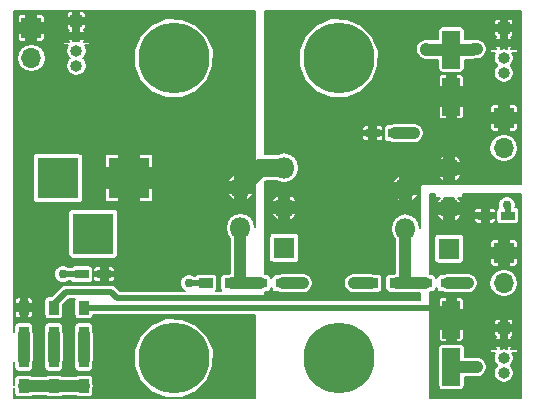
<source format=gbr>
%TF.GenerationSoftware,KiCad,Pcbnew,4.0.7-e2-6376~58~ubuntu16.04.1*%
%TF.CreationDate,2018-01-31T22:39:41+01:00*%
%TF.ProjectId,SimpleSupply,53696D706C65537570706C792E6B6963,rev?*%
%TF.FileFunction,Copper,L1,Top,Signal*%
%FSLAX46Y46*%
G04 Gerber Fmt 4.6, Leading zero omitted, Abs format (unit mm)*
G04 Created by KiCad (PCBNEW 4.0.7-e2-6376~58~ubuntu16.04.1) date Wed Jan 31 22:39:41 2018*
%MOMM*%
%LPD*%
G01*
G04 APERTURE LIST*
%ADD10C,0.100000*%
%ADD11R,3.500000X3.500000*%
%ADD12R,1.200000X0.750000*%
%ADD13R,1.500000X3.200000*%
%ADD14R,0.900000X1.200000*%
%ADD15R,1.700000X1.700000*%
%ADD16O,1.700000X1.700000*%
%ADD17R,1.000000X1.000000*%
%ADD18O,1.000000X1.000000*%
%ADD19R,1.200000X0.900000*%
%ADD20R,1.800000X1.800000*%
%ADD21O,1.800000X1.800000*%
%ADD22C,5.999480*%
%ADD23C,0.762000*%
%ADD24C,1.524000*%
%ADD25C,0.508000*%
%ADD26C,1.016000*%
%ADD27C,0.381000*%
%ADD28C,0.203200*%
G04 APERTURE END LIST*
D10*
D11*
X100330000Y-109220000D03*
X94330000Y-109220000D03*
X97330000Y-113920000D03*
D12*
X98232000Y-117348000D03*
X96332000Y-117348000D03*
X111445000Y-118110000D03*
X113345000Y-118110000D03*
D13*
X127635000Y-102330000D03*
X127635000Y-98330000D03*
D12*
X120970000Y-105410000D03*
X122870000Y-105410000D03*
X125415000Y-118110000D03*
X127315000Y-118110000D03*
D13*
X127635000Y-121190000D03*
X127635000Y-125190000D03*
D12*
X130495000Y-112395000D03*
X132395000Y-112395000D03*
D14*
X91440000Y-122385000D03*
X91440000Y-120185000D03*
X93980000Y-122385000D03*
X93980000Y-120185000D03*
X96520000Y-122385000D03*
X96520000Y-120185000D03*
D15*
X92075000Y-96520000D03*
D16*
X92075000Y-99060000D03*
D17*
X95885000Y-95885000D03*
D18*
X95885000Y-97155000D03*
X95885000Y-98425000D03*
X95885000Y-99695000D03*
D15*
X132080000Y-104140000D03*
D16*
X132080000Y-106680000D03*
D17*
X132080000Y-96520000D03*
D18*
X132080000Y-97790000D03*
X132080000Y-99060000D03*
X132080000Y-100330000D03*
D15*
X132080000Y-115570000D03*
D16*
X132080000Y-118110000D03*
D17*
X132080000Y-121920000D03*
D18*
X132080000Y-123190000D03*
X132080000Y-124460000D03*
X132080000Y-125730000D03*
D14*
X91440000Y-124630000D03*
X91440000Y-126830000D03*
D19*
X109050000Y-118110000D03*
X106850000Y-118110000D03*
D14*
X93980000Y-124630000D03*
X93980000Y-126830000D03*
D19*
X123020000Y-118110000D03*
X120820000Y-118110000D03*
D14*
X96520000Y-124630000D03*
X96520000Y-126830000D03*
D20*
X113474500Y-115125500D03*
D21*
X109774500Y-113425500D03*
X113474500Y-111725500D03*
X109774500Y-110025500D03*
X113474500Y-108325500D03*
D20*
X127444500Y-115189000D03*
D21*
X123744500Y-113489000D03*
X127444500Y-111789000D03*
X123744500Y-110089000D03*
X127444500Y-108389000D03*
D22*
X104140000Y-99060000D03*
X104140000Y-124460000D03*
X118110000Y-99060000D03*
X118110000Y-124460000D03*
D23*
X105410000Y-118110000D03*
X94742000Y-117348000D03*
X132334000Y-111506000D03*
X125476000Y-98298000D03*
X129794000Y-98298000D03*
X124460000Y-105410000D03*
X115062000Y-118110000D03*
X119380000Y-118110000D03*
X129032000Y-118110000D03*
X129794000Y-125222000D03*
X95250000Y-126746000D03*
X92710000Y-126746000D03*
D24*
X113474500Y-108325500D02*
X111474500Y-108325500D01*
X111474500Y-108325500D02*
X109774500Y-110025500D01*
D25*
X106850000Y-118110000D02*
X105410000Y-118110000D01*
X96332000Y-117348000D02*
X94742000Y-117348000D01*
X132395000Y-112395000D02*
X132395000Y-111567000D01*
X132395000Y-111567000D02*
X132334000Y-111506000D01*
D26*
X127635000Y-98330000D02*
X125508000Y-98330000D01*
X125508000Y-98330000D02*
X125476000Y-98298000D01*
X127635000Y-98330000D02*
X129508000Y-98330000D01*
X129540000Y-98298000D02*
X129794000Y-98298000D01*
X129508000Y-98330000D02*
X129540000Y-98298000D01*
X122870000Y-105410000D02*
X124460000Y-105410000D01*
X113345000Y-118110000D02*
X115062000Y-118110000D01*
X120820000Y-118110000D02*
X119380000Y-118110000D01*
X127315000Y-118110000D02*
X129032000Y-118110000D01*
X127635000Y-125190000D02*
X129762000Y-125190000D01*
X129762000Y-125190000D02*
X129794000Y-125222000D01*
D27*
X96520000Y-126830000D02*
X95334000Y-126830000D01*
X95334000Y-126830000D02*
X95250000Y-126746000D01*
X91440000Y-126830000D02*
X92626000Y-126830000D01*
X92626000Y-126830000D02*
X92710000Y-126746000D01*
D26*
X93980000Y-126830000D02*
X96520000Y-126830000D01*
X91440000Y-126830000D02*
X93980000Y-126830000D01*
X109774500Y-113425500D02*
X109774500Y-118110000D01*
X109774500Y-118110000D02*
X109855000Y-118110000D01*
X109050000Y-118110000D02*
X109855000Y-118110000D01*
X109855000Y-118110000D02*
X111445000Y-118110000D01*
D25*
X93980000Y-120185000D02*
X93980000Y-119888000D01*
X93980000Y-119888000D02*
X94996000Y-118872000D01*
X94996000Y-118872000D02*
X98806000Y-118872000D01*
X98806000Y-118872000D02*
X99314000Y-119380000D01*
X99314000Y-119380000D02*
X116078000Y-119380000D01*
X116078000Y-119380000D02*
X121412000Y-114046000D01*
X121412000Y-114046000D02*
X121412000Y-112421500D01*
X121412000Y-112421500D02*
X123744500Y-110089000D01*
D24*
X127444500Y-108389000D02*
X125444500Y-108389000D01*
X125444500Y-108389000D02*
X123744500Y-110089000D01*
D27*
X113474500Y-111950500D02*
X113474500Y-111725500D01*
D26*
X123744500Y-113489000D02*
X123744500Y-118110000D01*
X123744500Y-118110000D02*
X123825000Y-118110000D01*
X123020000Y-118110000D02*
X123825000Y-118110000D01*
X123825000Y-118110000D02*
X125415000Y-118110000D01*
D25*
X96520000Y-120185000D02*
X126630000Y-120185000D01*
X126630000Y-120185000D02*
X127635000Y-121190000D01*
D27*
X127095000Y-120650000D02*
X127635000Y-121190000D01*
D25*
X127095000Y-120650000D02*
X127635000Y-121190000D01*
D26*
X91440000Y-122385000D02*
X91440000Y-124630000D01*
X93980000Y-122385000D02*
X93980000Y-124630000D01*
D27*
X93980000Y-122385000D02*
X94150000Y-122385000D01*
D26*
X96520000Y-122385000D02*
X96520000Y-124630000D01*
D28*
G36*
X111023400Y-113367218D02*
X110934523Y-112920404D01*
X110662343Y-112513058D01*
X110254997Y-112240878D01*
X109774500Y-112145301D01*
X109294003Y-112240878D01*
X108886657Y-112513058D01*
X108614477Y-112920404D01*
X108518900Y-113400901D01*
X108518900Y-113450099D01*
X108614477Y-113930596D01*
X108886657Y-114337942D01*
X108910900Y-114354141D01*
X108910900Y-117274069D01*
X108793436Y-117297434D01*
X108450000Y-117297434D01*
X108318223Y-117322230D01*
X108197193Y-117400110D01*
X108115999Y-117518942D01*
X108087434Y-117660000D01*
X108087434Y-118560000D01*
X108112230Y-118691777D01*
X108162822Y-118770400D01*
X107736622Y-118770400D01*
X107784001Y-118701058D01*
X107812566Y-118560000D01*
X107812566Y-117660000D01*
X107787770Y-117528223D01*
X107709890Y-117407193D01*
X107591058Y-117325999D01*
X107450000Y-117297434D01*
X106250000Y-117297434D01*
X106118223Y-117322230D01*
X105997193Y-117400110D01*
X105928668Y-117500400D01*
X105842265Y-117500400D01*
X105827795Y-117485905D01*
X105557162Y-117373528D01*
X105264124Y-117373272D01*
X104993295Y-117485177D01*
X104785905Y-117692205D01*
X104673528Y-117962838D01*
X104673272Y-118255876D01*
X104785177Y-118526705D01*
X104992205Y-118734095D01*
X105079637Y-118770400D01*
X99566505Y-118770400D01*
X99237052Y-118440948D01*
X99039284Y-118308803D01*
X98806000Y-118262400D01*
X94996000Y-118262400D01*
X94762716Y-118308803D01*
X94564948Y-118440948D01*
X93783462Y-119222434D01*
X93530000Y-119222434D01*
X93398223Y-119247230D01*
X93277193Y-119325110D01*
X93195999Y-119443942D01*
X93167434Y-119585000D01*
X93167434Y-120785000D01*
X93192230Y-120916777D01*
X93270110Y-121037807D01*
X93388942Y-121119001D01*
X93530000Y-121147566D01*
X94430000Y-121147566D01*
X94561777Y-121122770D01*
X94682807Y-121044890D01*
X94764001Y-120926058D01*
X94792566Y-120785000D01*
X94792566Y-119937538D01*
X95248504Y-119481600D01*
X95728373Y-119481600D01*
X95707434Y-119585000D01*
X95707434Y-120785000D01*
X95732230Y-120916777D01*
X95810110Y-121037807D01*
X95928942Y-121119001D01*
X96070000Y-121147566D01*
X96970000Y-121147566D01*
X97101777Y-121122770D01*
X97222807Y-121044890D01*
X97304001Y-120926058D01*
X97330622Y-120794600D01*
X111023400Y-120794600D01*
X111023400Y-127839400D01*
X90600600Y-127839400D01*
X90600600Y-126951661D01*
X90627434Y-127086564D01*
X90627434Y-127430000D01*
X90652230Y-127561777D01*
X90730110Y-127682807D01*
X90848942Y-127764001D01*
X90990000Y-127792566D01*
X91890000Y-127792566D01*
X92021777Y-127767770D01*
X92137041Y-127693600D01*
X93285906Y-127693600D01*
X93388942Y-127764001D01*
X93530000Y-127792566D01*
X94430000Y-127792566D01*
X94561777Y-127767770D01*
X94677041Y-127693600D01*
X95825906Y-127693600D01*
X95928942Y-127764001D01*
X96070000Y-127792566D01*
X96970000Y-127792566D01*
X97101777Y-127767770D01*
X97222807Y-127689890D01*
X97304001Y-127571058D01*
X97332566Y-127430000D01*
X97332566Y-127086564D01*
X97383600Y-126830000D01*
X97332566Y-126573436D01*
X97332566Y-126230000D01*
X97307770Y-126098223D01*
X97229890Y-125977193D01*
X97111058Y-125895999D01*
X96970000Y-125867434D01*
X96070000Y-125867434D01*
X95938223Y-125892230D01*
X95822959Y-125966400D01*
X94674094Y-125966400D01*
X94571058Y-125895999D01*
X94430000Y-125867434D01*
X93530000Y-125867434D01*
X93398223Y-125892230D01*
X93282959Y-125966400D01*
X92134094Y-125966400D01*
X92031058Y-125895999D01*
X91890000Y-125867434D01*
X90990000Y-125867434D01*
X90858223Y-125892230D01*
X90737193Y-125970110D01*
X90655999Y-126088942D01*
X90627434Y-126230000D01*
X90627434Y-126573436D01*
X90600600Y-126708339D01*
X90600600Y-124751661D01*
X90627434Y-124886564D01*
X90627434Y-125230000D01*
X90652230Y-125361777D01*
X90730110Y-125482807D01*
X90848942Y-125564001D01*
X90990000Y-125592566D01*
X91890000Y-125592566D01*
X92021777Y-125567770D01*
X92142807Y-125489890D01*
X92224001Y-125371058D01*
X92252566Y-125230000D01*
X92252566Y-124886564D01*
X92303600Y-124630000D01*
X92303600Y-122385000D01*
X93116400Y-122385000D01*
X93116400Y-124630000D01*
X93167434Y-124886564D01*
X93167434Y-125230000D01*
X93192230Y-125361777D01*
X93270110Y-125482807D01*
X93388942Y-125564001D01*
X93530000Y-125592566D01*
X94430000Y-125592566D01*
X94561777Y-125567770D01*
X94682807Y-125489890D01*
X94764001Y-125371058D01*
X94792566Y-125230000D01*
X94792566Y-124886564D01*
X94843600Y-124630000D01*
X94843600Y-122385000D01*
X95656400Y-122385000D01*
X95656400Y-124630000D01*
X95707434Y-124886564D01*
X95707434Y-125230000D01*
X95732230Y-125361777D01*
X95810110Y-125482807D01*
X95928942Y-125564001D01*
X96070000Y-125592566D01*
X96970000Y-125592566D01*
X97101777Y-125567770D01*
X97222807Y-125489890D01*
X97304001Y-125371058D01*
X97332566Y-125230000D01*
X97332566Y-125124490D01*
X100784079Y-125124490D01*
X101293823Y-126358164D01*
X102236871Y-127302860D01*
X103469654Y-127814756D01*
X104804490Y-127815921D01*
X106038164Y-127306177D01*
X106982860Y-126363129D01*
X107494756Y-125130346D01*
X107495921Y-123795510D01*
X106986177Y-122561836D01*
X106043129Y-121617140D01*
X104810346Y-121105244D01*
X103475510Y-121104079D01*
X102241836Y-121613823D01*
X101297140Y-122556871D01*
X100785244Y-123789654D01*
X100784079Y-125124490D01*
X97332566Y-125124490D01*
X97332566Y-124886564D01*
X97383600Y-124630000D01*
X97383600Y-122385000D01*
X97332566Y-122128436D01*
X97332566Y-121785000D01*
X97307770Y-121653223D01*
X97229890Y-121532193D01*
X97111058Y-121450999D01*
X96970000Y-121422434D01*
X96070000Y-121422434D01*
X95938223Y-121447230D01*
X95817193Y-121525110D01*
X95735999Y-121643942D01*
X95707434Y-121785000D01*
X95707434Y-122128436D01*
X95656400Y-122385000D01*
X94843600Y-122385000D01*
X94792566Y-122128436D01*
X94792566Y-121785000D01*
X94767770Y-121653223D01*
X94689890Y-121532193D01*
X94571058Y-121450999D01*
X94430000Y-121422434D01*
X93530000Y-121422434D01*
X93398223Y-121447230D01*
X93277193Y-121525110D01*
X93195999Y-121643942D01*
X93167434Y-121785000D01*
X93167434Y-122128436D01*
X93116400Y-122385000D01*
X92303600Y-122385000D01*
X92252566Y-122128436D01*
X92252566Y-121785000D01*
X92227770Y-121653223D01*
X92149890Y-121532193D01*
X92031058Y-121450999D01*
X91890000Y-121422434D01*
X90990000Y-121422434D01*
X90858223Y-121447230D01*
X90737193Y-121525110D01*
X90655999Y-121643942D01*
X90627434Y-121785000D01*
X90627434Y-122128436D01*
X90600600Y-122263339D01*
X90600600Y-120561200D01*
X90685200Y-120561200D01*
X90685200Y-120845628D01*
X90731603Y-120957655D01*
X90817344Y-121043397D01*
X90929371Y-121089800D01*
X91138800Y-121089800D01*
X91215000Y-121013600D01*
X91215000Y-120485000D01*
X91665000Y-120485000D01*
X91665000Y-121013600D01*
X91741200Y-121089800D01*
X91950629Y-121089800D01*
X92062656Y-121043397D01*
X92148397Y-120957655D01*
X92194800Y-120845628D01*
X92194800Y-120561200D01*
X92118600Y-120485000D01*
X91665000Y-120485000D01*
X91215000Y-120485000D01*
X90761400Y-120485000D01*
X90685200Y-120561200D01*
X90600600Y-120561200D01*
X90600600Y-119524372D01*
X90685200Y-119524372D01*
X90685200Y-119808800D01*
X90761400Y-119885000D01*
X91215000Y-119885000D01*
X91215000Y-119356400D01*
X91665000Y-119356400D01*
X91665000Y-119885000D01*
X92118600Y-119885000D01*
X92194800Y-119808800D01*
X92194800Y-119524372D01*
X92148397Y-119412345D01*
X92062656Y-119326603D01*
X91950629Y-119280200D01*
X91741200Y-119280200D01*
X91665000Y-119356400D01*
X91215000Y-119356400D01*
X91138800Y-119280200D01*
X90929371Y-119280200D01*
X90817344Y-119326603D01*
X90731603Y-119412345D01*
X90685200Y-119524372D01*
X90600600Y-119524372D01*
X90600600Y-117493876D01*
X94005272Y-117493876D01*
X94117177Y-117764705D01*
X94324205Y-117972095D01*
X94594838Y-118084472D01*
X94887876Y-118084728D01*
X95158705Y-117972823D01*
X95173955Y-117957600D01*
X95460394Y-117957600D01*
X95472110Y-117975807D01*
X95590942Y-118057001D01*
X95732000Y-118085566D01*
X96932000Y-118085566D01*
X97063777Y-118060770D01*
X97184807Y-117982890D01*
X97266001Y-117864058D01*
X97294566Y-117723000D01*
X97294566Y-117611700D01*
X97327200Y-117611700D01*
X97327200Y-117783629D01*
X97373603Y-117895656D01*
X97459345Y-117981397D01*
X97571372Y-118027800D01*
X97855800Y-118027800D01*
X97932000Y-117951600D01*
X97932000Y-117535500D01*
X98532000Y-117535500D01*
X98532000Y-117951600D01*
X98608200Y-118027800D01*
X98892628Y-118027800D01*
X99004655Y-117981397D01*
X99090397Y-117895656D01*
X99136800Y-117783629D01*
X99136800Y-117611700D01*
X99060600Y-117535500D01*
X98532000Y-117535500D01*
X97932000Y-117535500D01*
X97403400Y-117535500D01*
X97327200Y-117611700D01*
X97294566Y-117611700D01*
X97294566Y-116973000D01*
X97283158Y-116912371D01*
X97327200Y-116912371D01*
X97327200Y-117084300D01*
X97403400Y-117160500D01*
X97932000Y-117160500D01*
X97932000Y-116744400D01*
X98532000Y-116744400D01*
X98532000Y-117160500D01*
X99060600Y-117160500D01*
X99136800Y-117084300D01*
X99136800Y-116912371D01*
X99090397Y-116800344D01*
X99004655Y-116714603D01*
X98892628Y-116668200D01*
X98608200Y-116668200D01*
X98532000Y-116744400D01*
X97932000Y-116744400D01*
X97855800Y-116668200D01*
X97571372Y-116668200D01*
X97459345Y-116714603D01*
X97373603Y-116800344D01*
X97327200Y-116912371D01*
X97283158Y-116912371D01*
X97269770Y-116841223D01*
X97191890Y-116720193D01*
X97073058Y-116638999D01*
X96932000Y-116610434D01*
X95732000Y-116610434D01*
X95600223Y-116635230D01*
X95479193Y-116713110D01*
X95461913Y-116738400D01*
X95174265Y-116738400D01*
X95159795Y-116723905D01*
X94889162Y-116611528D01*
X94596124Y-116611272D01*
X94325295Y-116723177D01*
X94117905Y-116930205D01*
X94005528Y-117200838D01*
X94005272Y-117493876D01*
X90600600Y-117493876D01*
X90600600Y-112170000D01*
X95217434Y-112170000D01*
X95217434Y-115670000D01*
X95242230Y-115801777D01*
X95320110Y-115922807D01*
X95438942Y-116004001D01*
X95580000Y-116032566D01*
X99080000Y-116032566D01*
X99211777Y-116007770D01*
X99332807Y-115929890D01*
X99414001Y-115811058D01*
X99442566Y-115670000D01*
X99442566Y-112170000D01*
X99417770Y-112038223D01*
X99339890Y-111917193D01*
X99221058Y-111835999D01*
X99080000Y-111807434D01*
X95580000Y-111807434D01*
X95448223Y-111832230D01*
X95327193Y-111910110D01*
X95245999Y-112028942D01*
X95217434Y-112170000D01*
X90600600Y-112170000D01*
X90600600Y-107470000D01*
X92217434Y-107470000D01*
X92217434Y-110970000D01*
X92242230Y-111101777D01*
X92320110Y-111222807D01*
X92438942Y-111304001D01*
X92580000Y-111332566D01*
X96080000Y-111332566D01*
X96211777Y-111307770D01*
X96332807Y-111229890D01*
X96414001Y-111111058D01*
X96442566Y-110970000D01*
X96442566Y-110171200D01*
X98275200Y-110171200D01*
X98275200Y-111030629D01*
X98321603Y-111142656D01*
X98407345Y-111228397D01*
X98519372Y-111274800D01*
X99378800Y-111274800D01*
X99455000Y-111198600D01*
X99455000Y-110095000D01*
X101205000Y-110095000D01*
X101205000Y-111198600D01*
X101281200Y-111274800D01*
X102140628Y-111274800D01*
X102252655Y-111228397D01*
X102338397Y-111142656D01*
X102384800Y-111030629D01*
X102384800Y-110475500D01*
X108733049Y-110475500D01*
X108741005Y-110644799D01*
X109056671Y-110993159D01*
X109155208Y-111058951D01*
X109324500Y-111060506D01*
X109324500Y-110475500D01*
X110224500Y-110475500D01*
X110224500Y-111060506D01*
X110393792Y-111058951D01*
X110492329Y-110993159D01*
X110807995Y-110644799D01*
X110815951Y-110475500D01*
X110224500Y-110475500D01*
X109324500Y-110475500D01*
X108733049Y-110475500D01*
X102384800Y-110475500D01*
X102384800Y-110171200D01*
X102308600Y-110095000D01*
X101205000Y-110095000D01*
X99455000Y-110095000D01*
X98351400Y-110095000D01*
X98275200Y-110171200D01*
X96442566Y-110171200D01*
X96442566Y-109575500D01*
X108733049Y-109575500D01*
X109324500Y-109575500D01*
X110224500Y-109575500D01*
X110815951Y-109575500D01*
X110807995Y-109406201D01*
X110492329Y-109057841D01*
X110393792Y-108992049D01*
X110224500Y-108990494D01*
X110224500Y-109575500D01*
X109324500Y-109575500D01*
X109324500Y-108990494D01*
X109155208Y-108992049D01*
X109056671Y-109057841D01*
X108741005Y-109406201D01*
X108733049Y-109575500D01*
X96442566Y-109575500D01*
X96442566Y-107470000D01*
X96431158Y-107409371D01*
X98275200Y-107409371D01*
X98275200Y-108268800D01*
X98351400Y-108345000D01*
X99455000Y-108345000D01*
X99455000Y-107241400D01*
X101205000Y-107241400D01*
X101205000Y-108345000D01*
X102308600Y-108345000D01*
X102384800Y-108268800D01*
X102384800Y-107409371D01*
X102338397Y-107297344D01*
X102252655Y-107211603D01*
X102140628Y-107165200D01*
X101281200Y-107165200D01*
X101205000Y-107241400D01*
X99455000Y-107241400D01*
X99378800Y-107165200D01*
X98519372Y-107165200D01*
X98407345Y-107211603D01*
X98321603Y-107297344D01*
X98275200Y-107409371D01*
X96431158Y-107409371D01*
X96417770Y-107338223D01*
X96339890Y-107217193D01*
X96221058Y-107135999D01*
X96080000Y-107107434D01*
X92580000Y-107107434D01*
X92448223Y-107132230D01*
X92327193Y-107210110D01*
X92245999Y-107328942D01*
X92217434Y-107470000D01*
X90600600Y-107470000D01*
X90600600Y-99060000D01*
X90845781Y-99060000D01*
X90937552Y-99521363D01*
X91198893Y-99912488D01*
X91590018Y-100173829D01*
X92051381Y-100265600D01*
X92098619Y-100265600D01*
X92559982Y-100173829D01*
X92951107Y-99912488D01*
X93212448Y-99521363D01*
X93304219Y-99060000D01*
X93212448Y-98598637D01*
X92951107Y-98207512D01*
X92559982Y-97946171D01*
X92098619Y-97854400D01*
X92051381Y-97854400D01*
X91590018Y-97946171D01*
X91198893Y-98207512D01*
X90937552Y-98598637D01*
X90845781Y-99060000D01*
X90600600Y-99060000D01*
X90600600Y-97021200D01*
X90920200Y-97021200D01*
X90920200Y-97430629D01*
X90966603Y-97542656D01*
X91052345Y-97628397D01*
X91164372Y-97674800D01*
X91573800Y-97674800D01*
X91650000Y-97598600D01*
X91650000Y-96945000D01*
X92500000Y-96945000D01*
X92500000Y-97598600D01*
X92576200Y-97674800D01*
X92985628Y-97674800D01*
X93033429Y-97655000D01*
X94716598Y-97655000D01*
X94716598Y-97959800D01*
X95169825Y-97959800D01*
X95077767Y-98097576D01*
X95012638Y-98425000D01*
X95077767Y-98752424D01*
X95263237Y-99030001D01*
X95308134Y-99060000D01*
X95263237Y-99089999D01*
X95077767Y-99367576D01*
X95012638Y-99695000D01*
X95077767Y-100022424D01*
X95263237Y-100300001D01*
X95540814Y-100485471D01*
X95868238Y-100550600D01*
X95901762Y-100550600D01*
X96229186Y-100485471D01*
X96506763Y-100300001D01*
X96692233Y-100022424D01*
X96751496Y-99724490D01*
X100784079Y-99724490D01*
X101293823Y-100958164D01*
X102236871Y-101902860D01*
X103469654Y-102414756D01*
X104804490Y-102415921D01*
X106038164Y-101906177D01*
X106982860Y-100963129D01*
X107494756Y-99730346D01*
X107495921Y-98395510D01*
X106986177Y-97161836D01*
X106043129Y-96217140D01*
X104810346Y-95705244D01*
X103475510Y-95704079D01*
X102241836Y-96213823D01*
X101297140Y-97156871D01*
X100785244Y-98389654D01*
X100784079Y-99724490D01*
X96751496Y-99724490D01*
X96757362Y-99695000D01*
X96692233Y-99367576D01*
X96506763Y-99089999D01*
X96461866Y-99060000D01*
X96506763Y-99030001D01*
X96692233Y-98752424D01*
X96757362Y-98425000D01*
X96692233Y-98097576D01*
X96600175Y-97959800D01*
X97053402Y-97959800D01*
X97053402Y-97655000D01*
X96512353Y-97655000D01*
X96601459Y-97521592D01*
X96569367Y-97405000D01*
X96135000Y-97405000D01*
X96135000Y-97615794D01*
X95901762Y-97569400D01*
X95868238Y-97569400D01*
X95635000Y-97615794D01*
X95635000Y-97405000D01*
X95200633Y-97405000D01*
X95168541Y-97521592D01*
X95257647Y-97655000D01*
X94716598Y-97655000D01*
X93033429Y-97655000D01*
X93097655Y-97628397D01*
X93183397Y-97542656D01*
X93229800Y-97430629D01*
X93229800Y-97021200D01*
X93153600Y-96945000D01*
X92500000Y-96945000D01*
X91650000Y-96945000D01*
X90996400Y-96945000D01*
X90920200Y-97021200D01*
X90600600Y-97021200D01*
X90600600Y-96211200D01*
X95080200Y-96211200D01*
X95080200Y-96445629D01*
X95126603Y-96557656D01*
X95212345Y-96643397D01*
X95253900Y-96660610D01*
X95168541Y-96788408D01*
X95200633Y-96905000D01*
X95635000Y-96905000D01*
X95635000Y-96135000D01*
X96135000Y-96135000D01*
X96135000Y-96905000D01*
X96569367Y-96905000D01*
X96601459Y-96788408D01*
X96516100Y-96660610D01*
X96557655Y-96643397D01*
X96643397Y-96557656D01*
X96689800Y-96445629D01*
X96689800Y-96211200D01*
X96613600Y-96135000D01*
X96135000Y-96135000D01*
X95635000Y-96135000D01*
X95156400Y-96135000D01*
X95080200Y-96211200D01*
X90600600Y-96211200D01*
X90600600Y-95609371D01*
X90920200Y-95609371D01*
X90920200Y-96018800D01*
X90996400Y-96095000D01*
X91650000Y-96095000D01*
X91650000Y-95441400D01*
X92500000Y-95441400D01*
X92500000Y-96095000D01*
X93153600Y-96095000D01*
X93229800Y-96018800D01*
X93229800Y-95609371D01*
X93183397Y-95497344D01*
X93097655Y-95411603D01*
X92985628Y-95365200D01*
X92576200Y-95365200D01*
X92500000Y-95441400D01*
X91650000Y-95441400D01*
X91573800Y-95365200D01*
X91164372Y-95365200D01*
X91052345Y-95411603D01*
X90966603Y-95497344D01*
X90920200Y-95609371D01*
X90600600Y-95609371D01*
X90600600Y-95324371D01*
X95080200Y-95324371D01*
X95080200Y-95558800D01*
X95156400Y-95635000D01*
X95635000Y-95635000D01*
X95635000Y-95156400D01*
X96135000Y-95156400D01*
X96135000Y-95635000D01*
X96613600Y-95635000D01*
X96689800Y-95558800D01*
X96689800Y-95324371D01*
X96643397Y-95212344D01*
X96557655Y-95126603D01*
X96445628Y-95080200D01*
X96211200Y-95080200D01*
X96135000Y-95156400D01*
X95635000Y-95156400D01*
X95558800Y-95080200D01*
X95324372Y-95080200D01*
X95212345Y-95126603D01*
X95126603Y-95212344D01*
X95080200Y-95324371D01*
X90600600Y-95324371D01*
X90600600Y-95045600D01*
X111023400Y-95045600D01*
X111023400Y-113367218D01*
X111023400Y-113367218D01*
G37*
X111023400Y-113367218D02*
X110934523Y-112920404D01*
X110662343Y-112513058D01*
X110254997Y-112240878D01*
X109774500Y-112145301D01*
X109294003Y-112240878D01*
X108886657Y-112513058D01*
X108614477Y-112920404D01*
X108518900Y-113400901D01*
X108518900Y-113450099D01*
X108614477Y-113930596D01*
X108886657Y-114337942D01*
X108910900Y-114354141D01*
X108910900Y-117274069D01*
X108793436Y-117297434D01*
X108450000Y-117297434D01*
X108318223Y-117322230D01*
X108197193Y-117400110D01*
X108115999Y-117518942D01*
X108087434Y-117660000D01*
X108087434Y-118560000D01*
X108112230Y-118691777D01*
X108162822Y-118770400D01*
X107736622Y-118770400D01*
X107784001Y-118701058D01*
X107812566Y-118560000D01*
X107812566Y-117660000D01*
X107787770Y-117528223D01*
X107709890Y-117407193D01*
X107591058Y-117325999D01*
X107450000Y-117297434D01*
X106250000Y-117297434D01*
X106118223Y-117322230D01*
X105997193Y-117400110D01*
X105928668Y-117500400D01*
X105842265Y-117500400D01*
X105827795Y-117485905D01*
X105557162Y-117373528D01*
X105264124Y-117373272D01*
X104993295Y-117485177D01*
X104785905Y-117692205D01*
X104673528Y-117962838D01*
X104673272Y-118255876D01*
X104785177Y-118526705D01*
X104992205Y-118734095D01*
X105079637Y-118770400D01*
X99566505Y-118770400D01*
X99237052Y-118440948D01*
X99039284Y-118308803D01*
X98806000Y-118262400D01*
X94996000Y-118262400D01*
X94762716Y-118308803D01*
X94564948Y-118440948D01*
X93783462Y-119222434D01*
X93530000Y-119222434D01*
X93398223Y-119247230D01*
X93277193Y-119325110D01*
X93195999Y-119443942D01*
X93167434Y-119585000D01*
X93167434Y-120785000D01*
X93192230Y-120916777D01*
X93270110Y-121037807D01*
X93388942Y-121119001D01*
X93530000Y-121147566D01*
X94430000Y-121147566D01*
X94561777Y-121122770D01*
X94682807Y-121044890D01*
X94764001Y-120926058D01*
X94792566Y-120785000D01*
X94792566Y-119937538D01*
X95248504Y-119481600D01*
X95728373Y-119481600D01*
X95707434Y-119585000D01*
X95707434Y-120785000D01*
X95732230Y-120916777D01*
X95810110Y-121037807D01*
X95928942Y-121119001D01*
X96070000Y-121147566D01*
X96970000Y-121147566D01*
X97101777Y-121122770D01*
X97222807Y-121044890D01*
X97304001Y-120926058D01*
X97330622Y-120794600D01*
X111023400Y-120794600D01*
X111023400Y-127839400D01*
X90600600Y-127839400D01*
X90600600Y-126951661D01*
X90627434Y-127086564D01*
X90627434Y-127430000D01*
X90652230Y-127561777D01*
X90730110Y-127682807D01*
X90848942Y-127764001D01*
X90990000Y-127792566D01*
X91890000Y-127792566D01*
X92021777Y-127767770D01*
X92137041Y-127693600D01*
X93285906Y-127693600D01*
X93388942Y-127764001D01*
X93530000Y-127792566D01*
X94430000Y-127792566D01*
X94561777Y-127767770D01*
X94677041Y-127693600D01*
X95825906Y-127693600D01*
X95928942Y-127764001D01*
X96070000Y-127792566D01*
X96970000Y-127792566D01*
X97101777Y-127767770D01*
X97222807Y-127689890D01*
X97304001Y-127571058D01*
X97332566Y-127430000D01*
X97332566Y-127086564D01*
X97383600Y-126830000D01*
X97332566Y-126573436D01*
X97332566Y-126230000D01*
X97307770Y-126098223D01*
X97229890Y-125977193D01*
X97111058Y-125895999D01*
X96970000Y-125867434D01*
X96070000Y-125867434D01*
X95938223Y-125892230D01*
X95822959Y-125966400D01*
X94674094Y-125966400D01*
X94571058Y-125895999D01*
X94430000Y-125867434D01*
X93530000Y-125867434D01*
X93398223Y-125892230D01*
X93282959Y-125966400D01*
X92134094Y-125966400D01*
X92031058Y-125895999D01*
X91890000Y-125867434D01*
X90990000Y-125867434D01*
X90858223Y-125892230D01*
X90737193Y-125970110D01*
X90655999Y-126088942D01*
X90627434Y-126230000D01*
X90627434Y-126573436D01*
X90600600Y-126708339D01*
X90600600Y-124751661D01*
X90627434Y-124886564D01*
X90627434Y-125230000D01*
X90652230Y-125361777D01*
X90730110Y-125482807D01*
X90848942Y-125564001D01*
X90990000Y-125592566D01*
X91890000Y-125592566D01*
X92021777Y-125567770D01*
X92142807Y-125489890D01*
X92224001Y-125371058D01*
X92252566Y-125230000D01*
X92252566Y-124886564D01*
X92303600Y-124630000D01*
X92303600Y-122385000D01*
X93116400Y-122385000D01*
X93116400Y-124630000D01*
X93167434Y-124886564D01*
X93167434Y-125230000D01*
X93192230Y-125361777D01*
X93270110Y-125482807D01*
X93388942Y-125564001D01*
X93530000Y-125592566D01*
X94430000Y-125592566D01*
X94561777Y-125567770D01*
X94682807Y-125489890D01*
X94764001Y-125371058D01*
X94792566Y-125230000D01*
X94792566Y-124886564D01*
X94843600Y-124630000D01*
X94843600Y-122385000D01*
X95656400Y-122385000D01*
X95656400Y-124630000D01*
X95707434Y-124886564D01*
X95707434Y-125230000D01*
X95732230Y-125361777D01*
X95810110Y-125482807D01*
X95928942Y-125564001D01*
X96070000Y-125592566D01*
X96970000Y-125592566D01*
X97101777Y-125567770D01*
X97222807Y-125489890D01*
X97304001Y-125371058D01*
X97332566Y-125230000D01*
X97332566Y-125124490D01*
X100784079Y-125124490D01*
X101293823Y-126358164D01*
X102236871Y-127302860D01*
X103469654Y-127814756D01*
X104804490Y-127815921D01*
X106038164Y-127306177D01*
X106982860Y-126363129D01*
X107494756Y-125130346D01*
X107495921Y-123795510D01*
X106986177Y-122561836D01*
X106043129Y-121617140D01*
X104810346Y-121105244D01*
X103475510Y-121104079D01*
X102241836Y-121613823D01*
X101297140Y-122556871D01*
X100785244Y-123789654D01*
X100784079Y-125124490D01*
X97332566Y-125124490D01*
X97332566Y-124886564D01*
X97383600Y-124630000D01*
X97383600Y-122385000D01*
X97332566Y-122128436D01*
X97332566Y-121785000D01*
X97307770Y-121653223D01*
X97229890Y-121532193D01*
X97111058Y-121450999D01*
X96970000Y-121422434D01*
X96070000Y-121422434D01*
X95938223Y-121447230D01*
X95817193Y-121525110D01*
X95735999Y-121643942D01*
X95707434Y-121785000D01*
X95707434Y-122128436D01*
X95656400Y-122385000D01*
X94843600Y-122385000D01*
X94792566Y-122128436D01*
X94792566Y-121785000D01*
X94767770Y-121653223D01*
X94689890Y-121532193D01*
X94571058Y-121450999D01*
X94430000Y-121422434D01*
X93530000Y-121422434D01*
X93398223Y-121447230D01*
X93277193Y-121525110D01*
X93195999Y-121643942D01*
X93167434Y-121785000D01*
X93167434Y-122128436D01*
X93116400Y-122385000D01*
X92303600Y-122385000D01*
X92252566Y-122128436D01*
X92252566Y-121785000D01*
X92227770Y-121653223D01*
X92149890Y-121532193D01*
X92031058Y-121450999D01*
X91890000Y-121422434D01*
X90990000Y-121422434D01*
X90858223Y-121447230D01*
X90737193Y-121525110D01*
X90655999Y-121643942D01*
X90627434Y-121785000D01*
X90627434Y-122128436D01*
X90600600Y-122263339D01*
X90600600Y-120561200D01*
X90685200Y-120561200D01*
X90685200Y-120845628D01*
X90731603Y-120957655D01*
X90817344Y-121043397D01*
X90929371Y-121089800D01*
X91138800Y-121089800D01*
X91215000Y-121013600D01*
X91215000Y-120485000D01*
X91665000Y-120485000D01*
X91665000Y-121013600D01*
X91741200Y-121089800D01*
X91950629Y-121089800D01*
X92062656Y-121043397D01*
X92148397Y-120957655D01*
X92194800Y-120845628D01*
X92194800Y-120561200D01*
X92118600Y-120485000D01*
X91665000Y-120485000D01*
X91215000Y-120485000D01*
X90761400Y-120485000D01*
X90685200Y-120561200D01*
X90600600Y-120561200D01*
X90600600Y-119524372D01*
X90685200Y-119524372D01*
X90685200Y-119808800D01*
X90761400Y-119885000D01*
X91215000Y-119885000D01*
X91215000Y-119356400D01*
X91665000Y-119356400D01*
X91665000Y-119885000D01*
X92118600Y-119885000D01*
X92194800Y-119808800D01*
X92194800Y-119524372D01*
X92148397Y-119412345D01*
X92062656Y-119326603D01*
X91950629Y-119280200D01*
X91741200Y-119280200D01*
X91665000Y-119356400D01*
X91215000Y-119356400D01*
X91138800Y-119280200D01*
X90929371Y-119280200D01*
X90817344Y-119326603D01*
X90731603Y-119412345D01*
X90685200Y-119524372D01*
X90600600Y-119524372D01*
X90600600Y-117493876D01*
X94005272Y-117493876D01*
X94117177Y-117764705D01*
X94324205Y-117972095D01*
X94594838Y-118084472D01*
X94887876Y-118084728D01*
X95158705Y-117972823D01*
X95173955Y-117957600D01*
X95460394Y-117957600D01*
X95472110Y-117975807D01*
X95590942Y-118057001D01*
X95732000Y-118085566D01*
X96932000Y-118085566D01*
X97063777Y-118060770D01*
X97184807Y-117982890D01*
X97266001Y-117864058D01*
X97294566Y-117723000D01*
X97294566Y-117611700D01*
X97327200Y-117611700D01*
X97327200Y-117783629D01*
X97373603Y-117895656D01*
X97459345Y-117981397D01*
X97571372Y-118027800D01*
X97855800Y-118027800D01*
X97932000Y-117951600D01*
X97932000Y-117535500D01*
X98532000Y-117535500D01*
X98532000Y-117951600D01*
X98608200Y-118027800D01*
X98892628Y-118027800D01*
X99004655Y-117981397D01*
X99090397Y-117895656D01*
X99136800Y-117783629D01*
X99136800Y-117611700D01*
X99060600Y-117535500D01*
X98532000Y-117535500D01*
X97932000Y-117535500D01*
X97403400Y-117535500D01*
X97327200Y-117611700D01*
X97294566Y-117611700D01*
X97294566Y-116973000D01*
X97283158Y-116912371D01*
X97327200Y-116912371D01*
X97327200Y-117084300D01*
X97403400Y-117160500D01*
X97932000Y-117160500D01*
X97932000Y-116744400D01*
X98532000Y-116744400D01*
X98532000Y-117160500D01*
X99060600Y-117160500D01*
X99136800Y-117084300D01*
X99136800Y-116912371D01*
X99090397Y-116800344D01*
X99004655Y-116714603D01*
X98892628Y-116668200D01*
X98608200Y-116668200D01*
X98532000Y-116744400D01*
X97932000Y-116744400D01*
X97855800Y-116668200D01*
X97571372Y-116668200D01*
X97459345Y-116714603D01*
X97373603Y-116800344D01*
X97327200Y-116912371D01*
X97283158Y-116912371D01*
X97269770Y-116841223D01*
X97191890Y-116720193D01*
X97073058Y-116638999D01*
X96932000Y-116610434D01*
X95732000Y-116610434D01*
X95600223Y-116635230D01*
X95479193Y-116713110D01*
X95461913Y-116738400D01*
X95174265Y-116738400D01*
X95159795Y-116723905D01*
X94889162Y-116611528D01*
X94596124Y-116611272D01*
X94325295Y-116723177D01*
X94117905Y-116930205D01*
X94005528Y-117200838D01*
X94005272Y-117493876D01*
X90600600Y-117493876D01*
X90600600Y-112170000D01*
X95217434Y-112170000D01*
X95217434Y-115670000D01*
X95242230Y-115801777D01*
X95320110Y-115922807D01*
X95438942Y-116004001D01*
X95580000Y-116032566D01*
X99080000Y-116032566D01*
X99211777Y-116007770D01*
X99332807Y-115929890D01*
X99414001Y-115811058D01*
X99442566Y-115670000D01*
X99442566Y-112170000D01*
X99417770Y-112038223D01*
X99339890Y-111917193D01*
X99221058Y-111835999D01*
X99080000Y-111807434D01*
X95580000Y-111807434D01*
X95448223Y-111832230D01*
X95327193Y-111910110D01*
X95245999Y-112028942D01*
X95217434Y-112170000D01*
X90600600Y-112170000D01*
X90600600Y-107470000D01*
X92217434Y-107470000D01*
X92217434Y-110970000D01*
X92242230Y-111101777D01*
X92320110Y-111222807D01*
X92438942Y-111304001D01*
X92580000Y-111332566D01*
X96080000Y-111332566D01*
X96211777Y-111307770D01*
X96332807Y-111229890D01*
X96414001Y-111111058D01*
X96442566Y-110970000D01*
X96442566Y-110171200D01*
X98275200Y-110171200D01*
X98275200Y-111030629D01*
X98321603Y-111142656D01*
X98407345Y-111228397D01*
X98519372Y-111274800D01*
X99378800Y-111274800D01*
X99455000Y-111198600D01*
X99455000Y-110095000D01*
X101205000Y-110095000D01*
X101205000Y-111198600D01*
X101281200Y-111274800D01*
X102140628Y-111274800D01*
X102252655Y-111228397D01*
X102338397Y-111142656D01*
X102384800Y-111030629D01*
X102384800Y-110475500D01*
X108733049Y-110475500D01*
X108741005Y-110644799D01*
X109056671Y-110993159D01*
X109155208Y-111058951D01*
X109324500Y-111060506D01*
X109324500Y-110475500D01*
X110224500Y-110475500D01*
X110224500Y-111060506D01*
X110393792Y-111058951D01*
X110492329Y-110993159D01*
X110807995Y-110644799D01*
X110815951Y-110475500D01*
X110224500Y-110475500D01*
X109324500Y-110475500D01*
X108733049Y-110475500D01*
X102384800Y-110475500D01*
X102384800Y-110171200D01*
X102308600Y-110095000D01*
X101205000Y-110095000D01*
X99455000Y-110095000D01*
X98351400Y-110095000D01*
X98275200Y-110171200D01*
X96442566Y-110171200D01*
X96442566Y-109575500D01*
X108733049Y-109575500D01*
X109324500Y-109575500D01*
X110224500Y-109575500D01*
X110815951Y-109575500D01*
X110807995Y-109406201D01*
X110492329Y-109057841D01*
X110393792Y-108992049D01*
X110224500Y-108990494D01*
X110224500Y-109575500D01*
X109324500Y-109575500D01*
X109324500Y-108990494D01*
X109155208Y-108992049D01*
X109056671Y-109057841D01*
X108741005Y-109406201D01*
X108733049Y-109575500D01*
X96442566Y-109575500D01*
X96442566Y-107470000D01*
X96431158Y-107409371D01*
X98275200Y-107409371D01*
X98275200Y-108268800D01*
X98351400Y-108345000D01*
X99455000Y-108345000D01*
X99455000Y-107241400D01*
X101205000Y-107241400D01*
X101205000Y-108345000D01*
X102308600Y-108345000D01*
X102384800Y-108268800D01*
X102384800Y-107409371D01*
X102338397Y-107297344D01*
X102252655Y-107211603D01*
X102140628Y-107165200D01*
X101281200Y-107165200D01*
X101205000Y-107241400D01*
X99455000Y-107241400D01*
X99378800Y-107165200D01*
X98519372Y-107165200D01*
X98407345Y-107211603D01*
X98321603Y-107297344D01*
X98275200Y-107409371D01*
X96431158Y-107409371D01*
X96417770Y-107338223D01*
X96339890Y-107217193D01*
X96221058Y-107135999D01*
X96080000Y-107107434D01*
X92580000Y-107107434D01*
X92448223Y-107132230D01*
X92327193Y-107210110D01*
X92245999Y-107328942D01*
X92217434Y-107470000D01*
X90600600Y-107470000D01*
X90600600Y-99060000D01*
X90845781Y-99060000D01*
X90937552Y-99521363D01*
X91198893Y-99912488D01*
X91590018Y-100173829D01*
X92051381Y-100265600D01*
X92098619Y-100265600D01*
X92559982Y-100173829D01*
X92951107Y-99912488D01*
X93212448Y-99521363D01*
X93304219Y-99060000D01*
X93212448Y-98598637D01*
X92951107Y-98207512D01*
X92559982Y-97946171D01*
X92098619Y-97854400D01*
X92051381Y-97854400D01*
X91590018Y-97946171D01*
X91198893Y-98207512D01*
X90937552Y-98598637D01*
X90845781Y-99060000D01*
X90600600Y-99060000D01*
X90600600Y-97021200D01*
X90920200Y-97021200D01*
X90920200Y-97430629D01*
X90966603Y-97542656D01*
X91052345Y-97628397D01*
X91164372Y-97674800D01*
X91573800Y-97674800D01*
X91650000Y-97598600D01*
X91650000Y-96945000D01*
X92500000Y-96945000D01*
X92500000Y-97598600D01*
X92576200Y-97674800D01*
X92985628Y-97674800D01*
X93033429Y-97655000D01*
X94716598Y-97655000D01*
X94716598Y-97959800D01*
X95169825Y-97959800D01*
X95077767Y-98097576D01*
X95012638Y-98425000D01*
X95077767Y-98752424D01*
X95263237Y-99030001D01*
X95308134Y-99060000D01*
X95263237Y-99089999D01*
X95077767Y-99367576D01*
X95012638Y-99695000D01*
X95077767Y-100022424D01*
X95263237Y-100300001D01*
X95540814Y-100485471D01*
X95868238Y-100550600D01*
X95901762Y-100550600D01*
X96229186Y-100485471D01*
X96506763Y-100300001D01*
X96692233Y-100022424D01*
X96751496Y-99724490D01*
X100784079Y-99724490D01*
X101293823Y-100958164D01*
X102236871Y-101902860D01*
X103469654Y-102414756D01*
X104804490Y-102415921D01*
X106038164Y-101906177D01*
X106982860Y-100963129D01*
X107494756Y-99730346D01*
X107495921Y-98395510D01*
X106986177Y-97161836D01*
X106043129Y-96217140D01*
X104810346Y-95705244D01*
X103475510Y-95704079D01*
X102241836Y-96213823D01*
X101297140Y-97156871D01*
X100785244Y-98389654D01*
X100784079Y-99724490D01*
X96751496Y-99724490D01*
X96757362Y-99695000D01*
X96692233Y-99367576D01*
X96506763Y-99089999D01*
X96461866Y-99060000D01*
X96506763Y-99030001D01*
X96692233Y-98752424D01*
X96757362Y-98425000D01*
X96692233Y-98097576D01*
X96600175Y-97959800D01*
X97053402Y-97959800D01*
X97053402Y-97655000D01*
X96512353Y-97655000D01*
X96601459Y-97521592D01*
X96569367Y-97405000D01*
X96135000Y-97405000D01*
X96135000Y-97615794D01*
X95901762Y-97569400D01*
X95868238Y-97569400D01*
X95635000Y-97615794D01*
X95635000Y-97405000D01*
X95200633Y-97405000D01*
X95168541Y-97521592D01*
X95257647Y-97655000D01*
X94716598Y-97655000D01*
X93033429Y-97655000D01*
X93097655Y-97628397D01*
X93183397Y-97542656D01*
X93229800Y-97430629D01*
X93229800Y-97021200D01*
X93153600Y-96945000D01*
X92500000Y-96945000D01*
X91650000Y-96945000D01*
X90996400Y-96945000D01*
X90920200Y-97021200D01*
X90600600Y-97021200D01*
X90600600Y-96211200D01*
X95080200Y-96211200D01*
X95080200Y-96445629D01*
X95126603Y-96557656D01*
X95212345Y-96643397D01*
X95253900Y-96660610D01*
X95168541Y-96788408D01*
X95200633Y-96905000D01*
X95635000Y-96905000D01*
X95635000Y-96135000D01*
X96135000Y-96135000D01*
X96135000Y-96905000D01*
X96569367Y-96905000D01*
X96601459Y-96788408D01*
X96516100Y-96660610D01*
X96557655Y-96643397D01*
X96643397Y-96557656D01*
X96689800Y-96445629D01*
X96689800Y-96211200D01*
X96613600Y-96135000D01*
X96135000Y-96135000D01*
X95635000Y-96135000D01*
X95156400Y-96135000D01*
X95080200Y-96211200D01*
X90600600Y-96211200D01*
X90600600Y-95609371D01*
X90920200Y-95609371D01*
X90920200Y-96018800D01*
X90996400Y-96095000D01*
X91650000Y-96095000D01*
X91650000Y-95441400D01*
X92500000Y-95441400D01*
X92500000Y-96095000D01*
X93153600Y-96095000D01*
X93229800Y-96018800D01*
X93229800Y-95609371D01*
X93183397Y-95497344D01*
X93097655Y-95411603D01*
X92985628Y-95365200D01*
X92576200Y-95365200D01*
X92500000Y-95441400D01*
X91650000Y-95441400D01*
X91573800Y-95365200D01*
X91164372Y-95365200D01*
X91052345Y-95411603D01*
X90966603Y-95497344D01*
X90920200Y-95609371D01*
X90600600Y-95609371D01*
X90600600Y-95324371D01*
X95080200Y-95324371D01*
X95080200Y-95558800D01*
X95156400Y-95635000D01*
X95635000Y-95635000D01*
X95635000Y-95156400D01*
X96135000Y-95156400D01*
X96135000Y-95635000D01*
X96613600Y-95635000D01*
X96689800Y-95558800D01*
X96689800Y-95324371D01*
X96643397Y-95212344D01*
X96557655Y-95126603D01*
X96445628Y-95080200D01*
X96211200Y-95080200D01*
X96135000Y-95156400D01*
X95635000Y-95156400D01*
X95558800Y-95080200D01*
X95324372Y-95080200D01*
X95212345Y-95126603D01*
X95126603Y-95212344D01*
X95080200Y-95324371D01*
X90600600Y-95324371D01*
X90600600Y-95045600D01*
X111023400Y-95045600D01*
X111023400Y-113367218D01*
G36*
X133554400Y-109753400D02*
X125095000Y-109753400D01*
X125055472Y-109761405D01*
X125022172Y-109784157D01*
X125000348Y-109818073D01*
X124993400Y-109855000D01*
X124993400Y-113430718D01*
X124904523Y-112983904D01*
X124632343Y-112576558D01*
X124224997Y-112304378D01*
X123744500Y-112208801D01*
X123264003Y-112304378D01*
X122856657Y-112576558D01*
X122584477Y-112983904D01*
X122488900Y-113464401D01*
X122488900Y-113513599D01*
X122584477Y-113994096D01*
X122856657Y-114401442D01*
X122880900Y-114417641D01*
X122880900Y-117274069D01*
X122763436Y-117297434D01*
X122420000Y-117297434D01*
X122288223Y-117322230D01*
X122167193Y-117400110D01*
X122085999Y-117518942D01*
X122057434Y-117660000D01*
X122057434Y-118560000D01*
X122082230Y-118691777D01*
X122160110Y-118812807D01*
X122278942Y-118894001D01*
X122420000Y-118922566D01*
X122763436Y-118922566D01*
X123020000Y-118973600D01*
X124993400Y-118973600D01*
X124993400Y-119575400D01*
X111861600Y-119575400D01*
X111861600Y-118850322D01*
X111865724Y-118847566D01*
X112045000Y-118847566D01*
X112176777Y-118822770D01*
X112297807Y-118744890D01*
X112379001Y-118626058D01*
X112394539Y-118549330D01*
X112407230Y-118616777D01*
X112485110Y-118737807D01*
X112603942Y-118819001D01*
X112745000Y-118847566D01*
X112924276Y-118847566D01*
X113014515Y-118907862D01*
X113345000Y-118973600D01*
X115062000Y-118973600D01*
X115392485Y-118907862D01*
X115672657Y-118720657D01*
X115859862Y-118440485D01*
X115925600Y-118110000D01*
X118516400Y-118110000D01*
X118582138Y-118440485D01*
X118769343Y-118720657D01*
X119049515Y-118907862D01*
X119380000Y-118973600D01*
X120820000Y-118973600D01*
X121076564Y-118922566D01*
X121420000Y-118922566D01*
X121551777Y-118897770D01*
X121672807Y-118819890D01*
X121754001Y-118701058D01*
X121782566Y-118560000D01*
X121782566Y-117660000D01*
X121757770Y-117528223D01*
X121679890Y-117407193D01*
X121561058Y-117325999D01*
X121420000Y-117297434D01*
X121076564Y-117297434D01*
X120820000Y-117246400D01*
X119380000Y-117246400D01*
X119049515Y-117312138D01*
X118769343Y-117499343D01*
X118582138Y-117779515D01*
X118516400Y-118110000D01*
X115925600Y-118110000D01*
X115859862Y-117779515D01*
X115672657Y-117499343D01*
X115392485Y-117312138D01*
X115062000Y-117246400D01*
X113345000Y-117246400D01*
X113014515Y-117312138D01*
X112924276Y-117372434D01*
X112745000Y-117372434D01*
X112613223Y-117397230D01*
X112492193Y-117475110D01*
X112410999Y-117593942D01*
X112395461Y-117670670D01*
X112382770Y-117603223D01*
X112304890Y-117482193D01*
X112186058Y-117400999D01*
X112045000Y-117372434D01*
X111865724Y-117372434D01*
X111861600Y-117369678D01*
X111861600Y-114225500D01*
X112211934Y-114225500D01*
X112211934Y-116025500D01*
X112236730Y-116157277D01*
X112314610Y-116278307D01*
X112433442Y-116359501D01*
X112574500Y-116388066D01*
X114374500Y-116388066D01*
X114506277Y-116363270D01*
X114627307Y-116285390D01*
X114708501Y-116166558D01*
X114737066Y-116025500D01*
X114737066Y-114225500D01*
X114712270Y-114093723D01*
X114634390Y-113972693D01*
X114515558Y-113891499D01*
X114374500Y-113862934D01*
X112574500Y-113862934D01*
X112442723Y-113887730D01*
X112321693Y-113965610D01*
X112240499Y-114084442D01*
X112211934Y-114225500D01*
X111861600Y-114225500D01*
X111861600Y-112175500D01*
X112433049Y-112175500D01*
X112441005Y-112344799D01*
X112756671Y-112693159D01*
X112855208Y-112758951D01*
X113024500Y-112760506D01*
X113024500Y-112175500D01*
X113924500Y-112175500D01*
X113924500Y-112760506D01*
X114093792Y-112758951D01*
X114192329Y-112693159D01*
X114507995Y-112344799D01*
X114515951Y-112175500D01*
X113924500Y-112175500D01*
X113024500Y-112175500D01*
X112433049Y-112175500D01*
X111861600Y-112175500D01*
X111861600Y-111275500D01*
X112433049Y-111275500D01*
X113024500Y-111275500D01*
X113924500Y-111275500D01*
X114515951Y-111275500D01*
X114507995Y-111106201D01*
X114192329Y-110757841D01*
X114093792Y-110692049D01*
X113924500Y-110690494D01*
X113924500Y-111275500D01*
X113024500Y-111275500D01*
X113024500Y-110690494D01*
X112855208Y-110692049D01*
X112756671Y-110757841D01*
X112441005Y-111106201D01*
X112433049Y-111275500D01*
X111861600Y-111275500D01*
X111861600Y-110539000D01*
X122703049Y-110539000D01*
X122711005Y-110708299D01*
X123026671Y-111056659D01*
X123125208Y-111122451D01*
X123294500Y-111124006D01*
X123294500Y-110539000D01*
X124194500Y-110539000D01*
X124194500Y-111124006D01*
X124363792Y-111122451D01*
X124462329Y-111056659D01*
X124777995Y-110708299D01*
X124785951Y-110539000D01*
X124194500Y-110539000D01*
X123294500Y-110539000D01*
X122703049Y-110539000D01*
X111861600Y-110539000D01*
X111861600Y-109639000D01*
X122703049Y-109639000D01*
X123294500Y-109639000D01*
X124194500Y-109639000D01*
X124785951Y-109639000D01*
X124777995Y-109469701D01*
X124462329Y-109121341D01*
X124363792Y-109055549D01*
X124194500Y-109053994D01*
X124194500Y-109639000D01*
X123294500Y-109639000D01*
X123294500Y-109053994D01*
X123125208Y-109055549D01*
X123026671Y-109121341D01*
X122711005Y-109469701D01*
X122703049Y-109639000D01*
X111861600Y-109639000D01*
X111861600Y-109518925D01*
X111937425Y-109443100D01*
X112893698Y-109443100D01*
X112994003Y-109510122D01*
X113474500Y-109605699D01*
X113954997Y-109510122D01*
X114362343Y-109237942D01*
X114628907Y-108839000D01*
X126403049Y-108839000D01*
X126411005Y-109008299D01*
X126726671Y-109356659D01*
X126825208Y-109422451D01*
X126994500Y-109424006D01*
X126994500Y-108839000D01*
X127894500Y-108839000D01*
X127894500Y-109424006D01*
X128063792Y-109422451D01*
X128162329Y-109356659D01*
X128477995Y-109008299D01*
X128485951Y-108839000D01*
X127894500Y-108839000D01*
X126994500Y-108839000D01*
X126403049Y-108839000D01*
X114628907Y-108839000D01*
X114634523Y-108830596D01*
X114730100Y-108350099D01*
X114730100Y-108300901D01*
X114658114Y-107939000D01*
X126403049Y-107939000D01*
X126994500Y-107939000D01*
X127894500Y-107939000D01*
X128485951Y-107939000D01*
X128477995Y-107769701D01*
X128162329Y-107421341D01*
X128063792Y-107355549D01*
X127894500Y-107353994D01*
X127894500Y-107939000D01*
X126994500Y-107939000D01*
X126994500Y-107353994D01*
X126825208Y-107355549D01*
X126726671Y-107421341D01*
X126411005Y-107769701D01*
X126403049Y-107939000D01*
X114658114Y-107939000D01*
X114634523Y-107820404D01*
X114362343Y-107413058D01*
X113954997Y-107140878D01*
X113474500Y-107045301D01*
X112994003Y-107140878D01*
X112893698Y-107207900D01*
X111861600Y-107207900D01*
X111861600Y-106680000D01*
X130850781Y-106680000D01*
X130942552Y-107141363D01*
X131203893Y-107532488D01*
X131595018Y-107793829D01*
X132056381Y-107885600D01*
X132103619Y-107885600D01*
X132564982Y-107793829D01*
X132956107Y-107532488D01*
X133217448Y-107141363D01*
X133309219Y-106680000D01*
X133217448Y-106218637D01*
X132956107Y-105827512D01*
X132564982Y-105566171D01*
X132103619Y-105474400D01*
X132056381Y-105474400D01*
X131595018Y-105566171D01*
X131203893Y-105827512D01*
X130942552Y-106218637D01*
X130850781Y-106680000D01*
X111861600Y-106680000D01*
X111861600Y-105673700D01*
X120065200Y-105673700D01*
X120065200Y-105845629D01*
X120111603Y-105957656D01*
X120197345Y-106043397D01*
X120309372Y-106089800D01*
X120593800Y-106089800D01*
X120670000Y-106013600D01*
X120670000Y-105597500D01*
X121270000Y-105597500D01*
X121270000Y-106013600D01*
X121346200Y-106089800D01*
X121630628Y-106089800D01*
X121742655Y-106043397D01*
X121828397Y-105957656D01*
X121874800Y-105845629D01*
X121874800Y-105673700D01*
X121798600Y-105597500D01*
X121270000Y-105597500D01*
X120670000Y-105597500D01*
X120141400Y-105597500D01*
X120065200Y-105673700D01*
X111861600Y-105673700D01*
X111861600Y-104974371D01*
X120065200Y-104974371D01*
X120065200Y-105146300D01*
X120141400Y-105222500D01*
X120670000Y-105222500D01*
X120670000Y-104806400D01*
X121270000Y-104806400D01*
X121270000Y-105222500D01*
X121798600Y-105222500D01*
X121874800Y-105146300D01*
X121874800Y-105035000D01*
X121907434Y-105035000D01*
X121907434Y-105785000D01*
X121932230Y-105916777D01*
X122010110Y-106037807D01*
X122128942Y-106119001D01*
X122270000Y-106147566D01*
X122449276Y-106147566D01*
X122539515Y-106207862D01*
X122870000Y-106273600D01*
X124460000Y-106273600D01*
X124790485Y-106207862D01*
X125070657Y-106020657D01*
X125257862Y-105740485D01*
X125323600Y-105410000D01*
X125257862Y-105079515D01*
X125070657Y-104799343D01*
X124833980Y-104641200D01*
X130925200Y-104641200D01*
X130925200Y-105050629D01*
X130971603Y-105162656D01*
X131057345Y-105248397D01*
X131169372Y-105294800D01*
X131578800Y-105294800D01*
X131655000Y-105218600D01*
X131655000Y-104565000D01*
X132505000Y-104565000D01*
X132505000Y-105218600D01*
X132581200Y-105294800D01*
X132990628Y-105294800D01*
X133102655Y-105248397D01*
X133188397Y-105162656D01*
X133234800Y-105050629D01*
X133234800Y-104641200D01*
X133158600Y-104565000D01*
X132505000Y-104565000D01*
X131655000Y-104565000D01*
X131001400Y-104565000D01*
X130925200Y-104641200D01*
X124833980Y-104641200D01*
X124790485Y-104612138D01*
X124460000Y-104546400D01*
X122870000Y-104546400D01*
X122539515Y-104612138D01*
X122449276Y-104672434D01*
X122270000Y-104672434D01*
X122138223Y-104697230D01*
X122017193Y-104775110D01*
X121935999Y-104893942D01*
X121907434Y-105035000D01*
X121874800Y-105035000D01*
X121874800Y-104974371D01*
X121828397Y-104862344D01*
X121742655Y-104776603D01*
X121630628Y-104730200D01*
X121346200Y-104730200D01*
X121270000Y-104806400D01*
X120670000Y-104806400D01*
X120593800Y-104730200D01*
X120309372Y-104730200D01*
X120197345Y-104776603D01*
X120111603Y-104862344D01*
X120065200Y-104974371D01*
X111861600Y-104974371D01*
X111861600Y-103206200D01*
X126580200Y-103206200D01*
X126580200Y-103990628D01*
X126626603Y-104102655D01*
X126712344Y-104188397D01*
X126824371Y-104234800D01*
X127183800Y-104234800D01*
X127260000Y-104158600D01*
X127260000Y-103130000D01*
X128010000Y-103130000D01*
X128010000Y-104158600D01*
X128086200Y-104234800D01*
X128445629Y-104234800D01*
X128557656Y-104188397D01*
X128643397Y-104102655D01*
X128689800Y-103990628D01*
X128689800Y-103229371D01*
X130925200Y-103229371D01*
X130925200Y-103638800D01*
X131001400Y-103715000D01*
X131655000Y-103715000D01*
X131655000Y-103061400D01*
X132505000Y-103061400D01*
X132505000Y-103715000D01*
X133158600Y-103715000D01*
X133234800Y-103638800D01*
X133234800Y-103229371D01*
X133188397Y-103117344D01*
X133102655Y-103031603D01*
X132990628Y-102985200D01*
X132581200Y-102985200D01*
X132505000Y-103061400D01*
X131655000Y-103061400D01*
X131578800Y-102985200D01*
X131169372Y-102985200D01*
X131057345Y-103031603D01*
X130971603Y-103117344D01*
X130925200Y-103229371D01*
X128689800Y-103229371D01*
X128689800Y-103206200D01*
X128613600Y-103130000D01*
X128010000Y-103130000D01*
X127260000Y-103130000D01*
X126656400Y-103130000D01*
X126580200Y-103206200D01*
X111861600Y-103206200D01*
X111861600Y-99724490D01*
X114754079Y-99724490D01*
X115263823Y-100958164D01*
X116206871Y-101902860D01*
X117439654Y-102414756D01*
X118774490Y-102415921D01*
X120008164Y-101906177D01*
X120952860Y-100963129D01*
X121074838Y-100669372D01*
X126580200Y-100669372D01*
X126580200Y-101453800D01*
X126656400Y-101530000D01*
X127260000Y-101530000D01*
X127260000Y-100501400D01*
X128010000Y-100501400D01*
X128010000Y-101530000D01*
X128613600Y-101530000D01*
X128689800Y-101453800D01*
X128689800Y-100669372D01*
X128643397Y-100557345D01*
X128557656Y-100471603D01*
X128445629Y-100425200D01*
X128086200Y-100425200D01*
X128010000Y-100501400D01*
X127260000Y-100501400D01*
X127183800Y-100425200D01*
X126824371Y-100425200D01*
X126712344Y-100471603D01*
X126626603Y-100557345D01*
X126580200Y-100669372D01*
X121074838Y-100669372D01*
X121464756Y-99730346D01*
X121465921Y-98395510D01*
X121425631Y-98298000D01*
X124612401Y-98298000D01*
X124678138Y-98628485D01*
X124865343Y-98908657D01*
X124897343Y-98940658D01*
X125177515Y-99127862D01*
X125508000Y-99193600D01*
X126522434Y-99193600D01*
X126522434Y-99930000D01*
X126547230Y-100061777D01*
X126625110Y-100182807D01*
X126743942Y-100264001D01*
X126885000Y-100292566D01*
X128385000Y-100292566D01*
X128516777Y-100267770D01*
X128637807Y-100189890D01*
X128719001Y-100071058D01*
X128747566Y-99930000D01*
X128747566Y-99193600D01*
X129508000Y-99193600D01*
X129668874Y-99161600D01*
X129794000Y-99161600D01*
X130124485Y-99095862D01*
X130404657Y-98908657D01*
X130591862Y-98628485D01*
X130657600Y-98298000D01*
X130656009Y-98290000D01*
X130911598Y-98290000D01*
X130911598Y-98594800D01*
X131364825Y-98594800D01*
X131272767Y-98732576D01*
X131207638Y-99060000D01*
X131272767Y-99387424D01*
X131458237Y-99665001D01*
X131503134Y-99695000D01*
X131458237Y-99724999D01*
X131272767Y-100002576D01*
X131207638Y-100330000D01*
X131272767Y-100657424D01*
X131458237Y-100935001D01*
X131735814Y-101120471D01*
X132063238Y-101185600D01*
X132096762Y-101185600D01*
X132424186Y-101120471D01*
X132701763Y-100935001D01*
X132887233Y-100657424D01*
X132952362Y-100330000D01*
X132887233Y-100002576D01*
X132701763Y-99724999D01*
X132656866Y-99695000D01*
X132701763Y-99665001D01*
X132887233Y-99387424D01*
X132952362Y-99060000D01*
X132887233Y-98732576D01*
X132795175Y-98594800D01*
X133248402Y-98594800D01*
X133248402Y-98290000D01*
X132707353Y-98290000D01*
X132796459Y-98156592D01*
X132764367Y-98040000D01*
X132330000Y-98040000D01*
X132330000Y-98250794D01*
X132096762Y-98204400D01*
X132063238Y-98204400D01*
X131830000Y-98250794D01*
X131830000Y-98040000D01*
X131395633Y-98040000D01*
X131363541Y-98156592D01*
X131452647Y-98290000D01*
X130911598Y-98290000D01*
X130656009Y-98290000D01*
X130591862Y-97967515D01*
X130404657Y-97687343D01*
X130124485Y-97500138D01*
X129794000Y-97434400D01*
X129540000Y-97434400D01*
X129379126Y-97466400D01*
X128747566Y-97466400D01*
X128747566Y-96846200D01*
X131275200Y-96846200D01*
X131275200Y-97080629D01*
X131321603Y-97192656D01*
X131407345Y-97278397D01*
X131448900Y-97295610D01*
X131363541Y-97423408D01*
X131395633Y-97540000D01*
X131830000Y-97540000D01*
X131830000Y-96770000D01*
X132330000Y-96770000D01*
X132330000Y-97540000D01*
X132764367Y-97540000D01*
X132796459Y-97423408D01*
X132711100Y-97295610D01*
X132752655Y-97278397D01*
X132838397Y-97192656D01*
X132884800Y-97080629D01*
X132884800Y-96846200D01*
X132808600Y-96770000D01*
X132330000Y-96770000D01*
X131830000Y-96770000D01*
X131351400Y-96770000D01*
X131275200Y-96846200D01*
X128747566Y-96846200D01*
X128747566Y-96730000D01*
X128722770Y-96598223D01*
X128644890Y-96477193D01*
X128526058Y-96395999D01*
X128385000Y-96367434D01*
X126885000Y-96367434D01*
X126753223Y-96392230D01*
X126632193Y-96470110D01*
X126550999Y-96588942D01*
X126522434Y-96730000D01*
X126522434Y-97466400D01*
X125636871Y-97466400D01*
X125476000Y-97434401D01*
X125145515Y-97500138D01*
X124865343Y-97687343D01*
X124678138Y-97967515D01*
X124612401Y-98298000D01*
X121425631Y-98298000D01*
X120956177Y-97161836D01*
X120013129Y-96217140D01*
X119392353Y-95959371D01*
X131275200Y-95959371D01*
X131275200Y-96193800D01*
X131351400Y-96270000D01*
X131830000Y-96270000D01*
X131830000Y-95791400D01*
X132330000Y-95791400D01*
X132330000Y-96270000D01*
X132808600Y-96270000D01*
X132884800Y-96193800D01*
X132884800Y-95959371D01*
X132838397Y-95847344D01*
X132752655Y-95761603D01*
X132640628Y-95715200D01*
X132406200Y-95715200D01*
X132330000Y-95791400D01*
X131830000Y-95791400D01*
X131753800Y-95715200D01*
X131519372Y-95715200D01*
X131407345Y-95761603D01*
X131321603Y-95847344D01*
X131275200Y-95959371D01*
X119392353Y-95959371D01*
X118780346Y-95705244D01*
X117445510Y-95704079D01*
X116211836Y-96213823D01*
X115267140Y-97156871D01*
X114755244Y-98389654D01*
X114754079Y-99724490D01*
X111861600Y-99724490D01*
X111861600Y-95045600D01*
X133554400Y-95045600D01*
X133554400Y-109753400D01*
X133554400Y-109753400D01*
G37*
X133554400Y-109753400D02*
X125095000Y-109753400D01*
X125055472Y-109761405D01*
X125022172Y-109784157D01*
X125000348Y-109818073D01*
X124993400Y-109855000D01*
X124993400Y-113430718D01*
X124904523Y-112983904D01*
X124632343Y-112576558D01*
X124224997Y-112304378D01*
X123744500Y-112208801D01*
X123264003Y-112304378D01*
X122856657Y-112576558D01*
X122584477Y-112983904D01*
X122488900Y-113464401D01*
X122488900Y-113513599D01*
X122584477Y-113994096D01*
X122856657Y-114401442D01*
X122880900Y-114417641D01*
X122880900Y-117274069D01*
X122763436Y-117297434D01*
X122420000Y-117297434D01*
X122288223Y-117322230D01*
X122167193Y-117400110D01*
X122085999Y-117518942D01*
X122057434Y-117660000D01*
X122057434Y-118560000D01*
X122082230Y-118691777D01*
X122160110Y-118812807D01*
X122278942Y-118894001D01*
X122420000Y-118922566D01*
X122763436Y-118922566D01*
X123020000Y-118973600D01*
X124993400Y-118973600D01*
X124993400Y-119575400D01*
X111861600Y-119575400D01*
X111861600Y-118850322D01*
X111865724Y-118847566D01*
X112045000Y-118847566D01*
X112176777Y-118822770D01*
X112297807Y-118744890D01*
X112379001Y-118626058D01*
X112394539Y-118549330D01*
X112407230Y-118616777D01*
X112485110Y-118737807D01*
X112603942Y-118819001D01*
X112745000Y-118847566D01*
X112924276Y-118847566D01*
X113014515Y-118907862D01*
X113345000Y-118973600D01*
X115062000Y-118973600D01*
X115392485Y-118907862D01*
X115672657Y-118720657D01*
X115859862Y-118440485D01*
X115925600Y-118110000D01*
X118516400Y-118110000D01*
X118582138Y-118440485D01*
X118769343Y-118720657D01*
X119049515Y-118907862D01*
X119380000Y-118973600D01*
X120820000Y-118973600D01*
X121076564Y-118922566D01*
X121420000Y-118922566D01*
X121551777Y-118897770D01*
X121672807Y-118819890D01*
X121754001Y-118701058D01*
X121782566Y-118560000D01*
X121782566Y-117660000D01*
X121757770Y-117528223D01*
X121679890Y-117407193D01*
X121561058Y-117325999D01*
X121420000Y-117297434D01*
X121076564Y-117297434D01*
X120820000Y-117246400D01*
X119380000Y-117246400D01*
X119049515Y-117312138D01*
X118769343Y-117499343D01*
X118582138Y-117779515D01*
X118516400Y-118110000D01*
X115925600Y-118110000D01*
X115859862Y-117779515D01*
X115672657Y-117499343D01*
X115392485Y-117312138D01*
X115062000Y-117246400D01*
X113345000Y-117246400D01*
X113014515Y-117312138D01*
X112924276Y-117372434D01*
X112745000Y-117372434D01*
X112613223Y-117397230D01*
X112492193Y-117475110D01*
X112410999Y-117593942D01*
X112395461Y-117670670D01*
X112382770Y-117603223D01*
X112304890Y-117482193D01*
X112186058Y-117400999D01*
X112045000Y-117372434D01*
X111865724Y-117372434D01*
X111861600Y-117369678D01*
X111861600Y-114225500D01*
X112211934Y-114225500D01*
X112211934Y-116025500D01*
X112236730Y-116157277D01*
X112314610Y-116278307D01*
X112433442Y-116359501D01*
X112574500Y-116388066D01*
X114374500Y-116388066D01*
X114506277Y-116363270D01*
X114627307Y-116285390D01*
X114708501Y-116166558D01*
X114737066Y-116025500D01*
X114737066Y-114225500D01*
X114712270Y-114093723D01*
X114634390Y-113972693D01*
X114515558Y-113891499D01*
X114374500Y-113862934D01*
X112574500Y-113862934D01*
X112442723Y-113887730D01*
X112321693Y-113965610D01*
X112240499Y-114084442D01*
X112211934Y-114225500D01*
X111861600Y-114225500D01*
X111861600Y-112175500D01*
X112433049Y-112175500D01*
X112441005Y-112344799D01*
X112756671Y-112693159D01*
X112855208Y-112758951D01*
X113024500Y-112760506D01*
X113024500Y-112175500D01*
X113924500Y-112175500D01*
X113924500Y-112760506D01*
X114093792Y-112758951D01*
X114192329Y-112693159D01*
X114507995Y-112344799D01*
X114515951Y-112175500D01*
X113924500Y-112175500D01*
X113024500Y-112175500D01*
X112433049Y-112175500D01*
X111861600Y-112175500D01*
X111861600Y-111275500D01*
X112433049Y-111275500D01*
X113024500Y-111275500D01*
X113924500Y-111275500D01*
X114515951Y-111275500D01*
X114507995Y-111106201D01*
X114192329Y-110757841D01*
X114093792Y-110692049D01*
X113924500Y-110690494D01*
X113924500Y-111275500D01*
X113024500Y-111275500D01*
X113024500Y-110690494D01*
X112855208Y-110692049D01*
X112756671Y-110757841D01*
X112441005Y-111106201D01*
X112433049Y-111275500D01*
X111861600Y-111275500D01*
X111861600Y-110539000D01*
X122703049Y-110539000D01*
X122711005Y-110708299D01*
X123026671Y-111056659D01*
X123125208Y-111122451D01*
X123294500Y-111124006D01*
X123294500Y-110539000D01*
X124194500Y-110539000D01*
X124194500Y-111124006D01*
X124363792Y-111122451D01*
X124462329Y-111056659D01*
X124777995Y-110708299D01*
X124785951Y-110539000D01*
X124194500Y-110539000D01*
X123294500Y-110539000D01*
X122703049Y-110539000D01*
X111861600Y-110539000D01*
X111861600Y-109639000D01*
X122703049Y-109639000D01*
X123294500Y-109639000D01*
X124194500Y-109639000D01*
X124785951Y-109639000D01*
X124777995Y-109469701D01*
X124462329Y-109121341D01*
X124363792Y-109055549D01*
X124194500Y-109053994D01*
X124194500Y-109639000D01*
X123294500Y-109639000D01*
X123294500Y-109053994D01*
X123125208Y-109055549D01*
X123026671Y-109121341D01*
X122711005Y-109469701D01*
X122703049Y-109639000D01*
X111861600Y-109639000D01*
X111861600Y-109518925D01*
X111937425Y-109443100D01*
X112893698Y-109443100D01*
X112994003Y-109510122D01*
X113474500Y-109605699D01*
X113954997Y-109510122D01*
X114362343Y-109237942D01*
X114628907Y-108839000D01*
X126403049Y-108839000D01*
X126411005Y-109008299D01*
X126726671Y-109356659D01*
X126825208Y-109422451D01*
X126994500Y-109424006D01*
X126994500Y-108839000D01*
X127894500Y-108839000D01*
X127894500Y-109424006D01*
X128063792Y-109422451D01*
X128162329Y-109356659D01*
X128477995Y-109008299D01*
X128485951Y-108839000D01*
X127894500Y-108839000D01*
X126994500Y-108839000D01*
X126403049Y-108839000D01*
X114628907Y-108839000D01*
X114634523Y-108830596D01*
X114730100Y-108350099D01*
X114730100Y-108300901D01*
X114658114Y-107939000D01*
X126403049Y-107939000D01*
X126994500Y-107939000D01*
X127894500Y-107939000D01*
X128485951Y-107939000D01*
X128477995Y-107769701D01*
X128162329Y-107421341D01*
X128063792Y-107355549D01*
X127894500Y-107353994D01*
X127894500Y-107939000D01*
X126994500Y-107939000D01*
X126994500Y-107353994D01*
X126825208Y-107355549D01*
X126726671Y-107421341D01*
X126411005Y-107769701D01*
X126403049Y-107939000D01*
X114658114Y-107939000D01*
X114634523Y-107820404D01*
X114362343Y-107413058D01*
X113954997Y-107140878D01*
X113474500Y-107045301D01*
X112994003Y-107140878D01*
X112893698Y-107207900D01*
X111861600Y-107207900D01*
X111861600Y-106680000D01*
X130850781Y-106680000D01*
X130942552Y-107141363D01*
X131203893Y-107532488D01*
X131595018Y-107793829D01*
X132056381Y-107885600D01*
X132103619Y-107885600D01*
X132564982Y-107793829D01*
X132956107Y-107532488D01*
X133217448Y-107141363D01*
X133309219Y-106680000D01*
X133217448Y-106218637D01*
X132956107Y-105827512D01*
X132564982Y-105566171D01*
X132103619Y-105474400D01*
X132056381Y-105474400D01*
X131595018Y-105566171D01*
X131203893Y-105827512D01*
X130942552Y-106218637D01*
X130850781Y-106680000D01*
X111861600Y-106680000D01*
X111861600Y-105673700D01*
X120065200Y-105673700D01*
X120065200Y-105845629D01*
X120111603Y-105957656D01*
X120197345Y-106043397D01*
X120309372Y-106089800D01*
X120593800Y-106089800D01*
X120670000Y-106013600D01*
X120670000Y-105597500D01*
X121270000Y-105597500D01*
X121270000Y-106013600D01*
X121346200Y-106089800D01*
X121630628Y-106089800D01*
X121742655Y-106043397D01*
X121828397Y-105957656D01*
X121874800Y-105845629D01*
X121874800Y-105673700D01*
X121798600Y-105597500D01*
X121270000Y-105597500D01*
X120670000Y-105597500D01*
X120141400Y-105597500D01*
X120065200Y-105673700D01*
X111861600Y-105673700D01*
X111861600Y-104974371D01*
X120065200Y-104974371D01*
X120065200Y-105146300D01*
X120141400Y-105222500D01*
X120670000Y-105222500D01*
X120670000Y-104806400D01*
X121270000Y-104806400D01*
X121270000Y-105222500D01*
X121798600Y-105222500D01*
X121874800Y-105146300D01*
X121874800Y-105035000D01*
X121907434Y-105035000D01*
X121907434Y-105785000D01*
X121932230Y-105916777D01*
X122010110Y-106037807D01*
X122128942Y-106119001D01*
X122270000Y-106147566D01*
X122449276Y-106147566D01*
X122539515Y-106207862D01*
X122870000Y-106273600D01*
X124460000Y-106273600D01*
X124790485Y-106207862D01*
X125070657Y-106020657D01*
X125257862Y-105740485D01*
X125323600Y-105410000D01*
X125257862Y-105079515D01*
X125070657Y-104799343D01*
X124833980Y-104641200D01*
X130925200Y-104641200D01*
X130925200Y-105050629D01*
X130971603Y-105162656D01*
X131057345Y-105248397D01*
X131169372Y-105294800D01*
X131578800Y-105294800D01*
X131655000Y-105218600D01*
X131655000Y-104565000D01*
X132505000Y-104565000D01*
X132505000Y-105218600D01*
X132581200Y-105294800D01*
X132990628Y-105294800D01*
X133102655Y-105248397D01*
X133188397Y-105162656D01*
X133234800Y-105050629D01*
X133234800Y-104641200D01*
X133158600Y-104565000D01*
X132505000Y-104565000D01*
X131655000Y-104565000D01*
X131001400Y-104565000D01*
X130925200Y-104641200D01*
X124833980Y-104641200D01*
X124790485Y-104612138D01*
X124460000Y-104546400D01*
X122870000Y-104546400D01*
X122539515Y-104612138D01*
X122449276Y-104672434D01*
X122270000Y-104672434D01*
X122138223Y-104697230D01*
X122017193Y-104775110D01*
X121935999Y-104893942D01*
X121907434Y-105035000D01*
X121874800Y-105035000D01*
X121874800Y-104974371D01*
X121828397Y-104862344D01*
X121742655Y-104776603D01*
X121630628Y-104730200D01*
X121346200Y-104730200D01*
X121270000Y-104806400D01*
X120670000Y-104806400D01*
X120593800Y-104730200D01*
X120309372Y-104730200D01*
X120197345Y-104776603D01*
X120111603Y-104862344D01*
X120065200Y-104974371D01*
X111861600Y-104974371D01*
X111861600Y-103206200D01*
X126580200Y-103206200D01*
X126580200Y-103990628D01*
X126626603Y-104102655D01*
X126712344Y-104188397D01*
X126824371Y-104234800D01*
X127183800Y-104234800D01*
X127260000Y-104158600D01*
X127260000Y-103130000D01*
X128010000Y-103130000D01*
X128010000Y-104158600D01*
X128086200Y-104234800D01*
X128445629Y-104234800D01*
X128557656Y-104188397D01*
X128643397Y-104102655D01*
X128689800Y-103990628D01*
X128689800Y-103229371D01*
X130925200Y-103229371D01*
X130925200Y-103638800D01*
X131001400Y-103715000D01*
X131655000Y-103715000D01*
X131655000Y-103061400D01*
X132505000Y-103061400D01*
X132505000Y-103715000D01*
X133158600Y-103715000D01*
X133234800Y-103638800D01*
X133234800Y-103229371D01*
X133188397Y-103117344D01*
X133102655Y-103031603D01*
X132990628Y-102985200D01*
X132581200Y-102985200D01*
X132505000Y-103061400D01*
X131655000Y-103061400D01*
X131578800Y-102985200D01*
X131169372Y-102985200D01*
X131057345Y-103031603D01*
X130971603Y-103117344D01*
X130925200Y-103229371D01*
X128689800Y-103229371D01*
X128689800Y-103206200D01*
X128613600Y-103130000D01*
X128010000Y-103130000D01*
X127260000Y-103130000D01*
X126656400Y-103130000D01*
X126580200Y-103206200D01*
X111861600Y-103206200D01*
X111861600Y-99724490D01*
X114754079Y-99724490D01*
X115263823Y-100958164D01*
X116206871Y-101902860D01*
X117439654Y-102414756D01*
X118774490Y-102415921D01*
X120008164Y-101906177D01*
X120952860Y-100963129D01*
X121074838Y-100669372D01*
X126580200Y-100669372D01*
X126580200Y-101453800D01*
X126656400Y-101530000D01*
X127260000Y-101530000D01*
X127260000Y-100501400D01*
X128010000Y-100501400D01*
X128010000Y-101530000D01*
X128613600Y-101530000D01*
X128689800Y-101453800D01*
X128689800Y-100669372D01*
X128643397Y-100557345D01*
X128557656Y-100471603D01*
X128445629Y-100425200D01*
X128086200Y-100425200D01*
X128010000Y-100501400D01*
X127260000Y-100501400D01*
X127183800Y-100425200D01*
X126824371Y-100425200D01*
X126712344Y-100471603D01*
X126626603Y-100557345D01*
X126580200Y-100669372D01*
X121074838Y-100669372D01*
X121464756Y-99730346D01*
X121465921Y-98395510D01*
X121425631Y-98298000D01*
X124612401Y-98298000D01*
X124678138Y-98628485D01*
X124865343Y-98908657D01*
X124897343Y-98940658D01*
X125177515Y-99127862D01*
X125508000Y-99193600D01*
X126522434Y-99193600D01*
X126522434Y-99930000D01*
X126547230Y-100061777D01*
X126625110Y-100182807D01*
X126743942Y-100264001D01*
X126885000Y-100292566D01*
X128385000Y-100292566D01*
X128516777Y-100267770D01*
X128637807Y-100189890D01*
X128719001Y-100071058D01*
X128747566Y-99930000D01*
X128747566Y-99193600D01*
X129508000Y-99193600D01*
X129668874Y-99161600D01*
X129794000Y-99161600D01*
X130124485Y-99095862D01*
X130404657Y-98908657D01*
X130591862Y-98628485D01*
X130657600Y-98298000D01*
X130656009Y-98290000D01*
X130911598Y-98290000D01*
X130911598Y-98594800D01*
X131364825Y-98594800D01*
X131272767Y-98732576D01*
X131207638Y-99060000D01*
X131272767Y-99387424D01*
X131458237Y-99665001D01*
X131503134Y-99695000D01*
X131458237Y-99724999D01*
X131272767Y-100002576D01*
X131207638Y-100330000D01*
X131272767Y-100657424D01*
X131458237Y-100935001D01*
X131735814Y-101120471D01*
X132063238Y-101185600D01*
X132096762Y-101185600D01*
X132424186Y-101120471D01*
X132701763Y-100935001D01*
X132887233Y-100657424D01*
X132952362Y-100330000D01*
X132887233Y-100002576D01*
X132701763Y-99724999D01*
X132656866Y-99695000D01*
X132701763Y-99665001D01*
X132887233Y-99387424D01*
X132952362Y-99060000D01*
X132887233Y-98732576D01*
X132795175Y-98594800D01*
X133248402Y-98594800D01*
X133248402Y-98290000D01*
X132707353Y-98290000D01*
X132796459Y-98156592D01*
X132764367Y-98040000D01*
X132330000Y-98040000D01*
X132330000Y-98250794D01*
X132096762Y-98204400D01*
X132063238Y-98204400D01*
X131830000Y-98250794D01*
X131830000Y-98040000D01*
X131395633Y-98040000D01*
X131363541Y-98156592D01*
X131452647Y-98290000D01*
X130911598Y-98290000D01*
X130656009Y-98290000D01*
X130591862Y-97967515D01*
X130404657Y-97687343D01*
X130124485Y-97500138D01*
X129794000Y-97434400D01*
X129540000Y-97434400D01*
X129379126Y-97466400D01*
X128747566Y-97466400D01*
X128747566Y-96846200D01*
X131275200Y-96846200D01*
X131275200Y-97080629D01*
X131321603Y-97192656D01*
X131407345Y-97278397D01*
X131448900Y-97295610D01*
X131363541Y-97423408D01*
X131395633Y-97540000D01*
X131830000Y-97540000D01*
X131830000Y-96770000D01*
X132330000Y-96770000D01*
X132330000Y-97540000D01*
X132764367Y-97540000D01*
X132796459Y-97423408D01*
X132711100Y-97295610D01*
X132752655Y-97278397D01*
X132838397Y-97192656D01*
X132884800Y-97080629D01*
X132884800Y-96846200D01*
X132808600Y-96770000D01*
X132330000Y-96770000D01*
X131830000Y-96770000D01*
X131351400Y-96770000D01*
X131275200Y-96846200D01*
X128747566Y-96846200D01*
X128747566Y-96730000D01*
X128722770Y-96598223D01*
X128644890Y-96477193D01*
X128526058Y-96395999D01*
X128385000Y-96367434D01*
X126885000Y-96367434D01*
X126753223Y-96392230D01*
X126632193Y-96470110D01*
X126550999Y-96588942D01*
X126522434Y-96730000D01*
X126522434Y-97466400D01*
X125636871Y-97466400D01*
X125476000Y-97434401D01*
X125145515Y-97500138D01*
X124865343Y-97687343D01*
X124678138Y-97967515D01*
X124612401Y-98298000D01*
X121425631Y-98298000D01*
X120956177Y-97161836D01*
X120013129Y-96217140D01*
X119392353Y-95959371D01*
X131275200Y-95959371D01*
X131275200Y-96193800D01*
X131351400Y-96270000D01*
X131830000Y-96270000D01*
X131830000Y-95791400D01*
X132330000Y-95791400D01*
X132330000Y-96270000D01*
X132808600Y-96270000D01*
X132884800Y-96193800D01*
X132884800Y-95959371D01*
X132838397Y-95847344D01*
X132752655Y-95761603D01*
X132640628Y-95715200D01*
X132406200Y-95715200D01*
X132330000Y-95791400D01*
X131830000Y-95791400D01*
X131753800Y-95715200D01*
X131519372Y-95715200D01*
X131407345Y-95761603D01*
X131321603Y-95847344D01*
X131275200Y-95959371D01*
X119392353Y-95959371D01*
X118780346Y-95705244D01*
X117445510Y-95704079D01*
X116211836Y-96213823D01*
X115267140Y-97156871D01*
X114755244Y-98389654D01*
X114754079Y-99724490D01*
X111861600Y-99724490D01*
X111861600Y-95045600D01*
X133554400Y-95045600D01*
X133554400Y-109753400D01*
G36*
X126276098Y-110889000D02*
X126665362Y-110889000D01*
X126411005Y-111169701D01*
X126403049Y-111339000D01*
X126994500Y-111339000D01*
X126994500Y-110889000D01*
X127894500Y-110889000D01*
X127894500Y-111339000D01*
X128485951Y-111339000D01*
X128477995Y-111169701D01*
X128223638Y-110889000D01*
X128612902Y-110889000D01*
X128612902Y-110591600D01*
X133554400Y-110591600D01*
X133554400Y-127839400D01*
X125831600Y-127839400D01*
X125831600Y-123590000D01*
X126522434Y-123590000D01*
X126522434Y-126790000D01*
X126547230Y-126921777D01*
X126625110Y-127042807D01*
X126743942Y-127124001D01*
X126885000Y-127152566D01*
X128385000Y-127152566D01*
X128516777Y-127127770D01*
X128637807Y-127049890D01*
X128719001Y-126931058D01*
X128747566Y-126790000D01*
X128747566Y-126053600D01*
X129633126Y-126053600D01*
X129794000Y-126085600D01*
X130124486Y-126019862D01*
X130404658Y-125832658D01*
X130591862Y-125552486D01*
X130657600Y-125222000D01*
X130591862Y-124891515D01*
X130404658Y-124611343D01*
X130372657Y-124579343D01*
X130092485Y-124392138D01*
X129762000Y-124326400D01*
X128747566Y-124326400D01*
X128747566Y-123690000D01*
X130911598Y-123690000D01*
X130911598Y-123994800D01*
X131364825Y-123994800D01*
X131272767Y-124132576D01*
X131207638Y-124460000D01*
X131272767Y-124787424D01*
X131458237Y-125065001D01*
X131503134Y-125095000D01*
X131458237Y-125124999D01*
X131272767Y-125402576D01*
X131207638Y-125730000D01*
X131272767Y-126057424D01*
X131458237Y-126335001D01*
X131735814Y-126520471D01*
X132063238Y-126585600D01*
X132096762Y-126585600D01*
X132424186Y-126520471D01*
X132701763Y-126335001D01*
X132887233Y-126057424D01*
X132952362Y-125730000D01*
X132887233Y-125402576D01*
X132701763Y-125124999D01*
X132656866Y-125095000D01*
X132701763Y-125065001D01*
X132887233Y-124787424D01*
X132952362Y-124460000D01*
X132887233Y-124132576D01*
X132795175Y-123994800D01*
X133248402Y-123994800D01*
X133248402Y-123690000D01*
X132707353Y-123690000D01*
X132796459Y-123556592D01*
X132764367Y-123440000D01*
X132330000Y-123440000D01*
X132330000Y-123650794D01*
X132096762Y-123604400D01*
X132063238Y-123604400D01*
X131830000Y-123650794D01*
X131830000Y-123440000D01*
X131395633Y-123440000D01*
X131363541Y-123556592D01*
X131452647Y-123690000D01*
X130911598Y-123690000D01*
X128747566Y-123690000D01*
X128747566Y-123590000D01*
X128722770Y-123458223D01*
X128644890Y-123337193D01*
X128526058Y-123255999D01*
X128385000Y-123227434D01*
X126885000Y-123227434D01*
X126753223Y-123252230D01*
X126632193Y-123330110D01*
X126550999Y-123448942D01*
X126522434Y-123590000D01*
X125831600Y-123590000D01*
X125831600Y-122066200D01*
X126580200Y-122066200D01*
X126580200Y-122850628D01*
X126626603Y-122962655D01*
X126712344Y-123048397D01*
X126824371Y-123094800D01*
X127183800Y-123094800D01*
X127260000Y-123018600D01*
X127260000Y-121990000D01*
X128010000Y-121990000D01*
X128010000Y-123018600D01*
X128086200Y-123094800D01*
X128445629Y-123094800D01*
X128557656Y-123048397D01*
X128643397Y-122962655D01*
X128689800Y-122850628D01*
X128689800Y-122246200D01*
X131275200Y-122246200D01*
X131275200Y-122480629D01*
X131321603Y-122592656D01*
X131407345Y-122678397D01*
X131448900Y-122695610D01*
X131363541Y-122823408D01*
X131395633Y-122940000D01*
X131830000Y-122940000D01*
X131830000Y-122170000D01*
X132330000Y-122170000D01*
X132330000Y-122940000D01*
X132764367Y-122940000D01*
X132796459Y-122823408D01*
X132711100Y-122695610D01*
X132752655Y-122678397D01*
X132838397Y-122592656D01*
X132884800Y-122480629D01*
X132884800Y-122246200D01*
X132808600Y-122170000D01*
X132330000Y-122170000D01*
X131830000Y-122170000D01*
X131351400Y-122170000D01*
X131275200Y-122246200D01*
X128689800Y-122246200D01*
X128689800Y-122066200D01*
X128613600Y-121990000D01*
X128010000Y-121990000D01*
X127260000Y-121990000D01*
X126656400Y-121990000D01*
X126580200Y-122066200D01*
X125831600Y-122066200D01*
X125831600Y-121359371D01*
X131275200Y-121359371D01*
X131275200Y-121593800D01*
X131351400Y-121670000D01*
X131830000Y-121670000D01*
X131830000Y-121191400D01*
X132330000Y-121191400D01*
X132330000Y-121670000D01*
X132808600Y-121670000D01*
X132884800Y-121593800D01*
X132884800Y-121359371D01*
X132838397Y-121247344D01*
X132752655Y-121161603D01*
X132640628Y-121115200D01*
X132406200Y-121115200D01*
X132330000Y-121191400D01*
X131830000Y-121191400D01*
X131753800Y-121115200D01*
X131519372Y-121115200D01*
X131407345Y-121161603D01*
X131321603Y-121247344D01*
X131275200Y-121359371D01*
X125831600Y-121359371D01*
X125831600Y-119529372D01*
X126580200Y-119529372D01*
X126580200Y-120313800D01*
X126656400Y-120390000D01*
X127260000Y-120390000D01*
X127260000Y-119361400D01*
X128010000Y-119361400D01*
X128010000Y-120390000D01*
X128613600Y-120390000D01*
X128689800Y-120313800D01*
X128689800Y-119529372D01*
X128643397Y-119417345D01*
X128557656Y-119331603D01*
X128445629Y-119285200D01*
X128086200Y-119285200D01*
X128010000Y-119361400D01*
X127260000Y-119361400D01*
X127183800Y-119285200D01*
X126824371Y-119285200D01*
X126712344Y-119331603D01*
X126626603Y-119417345D01*
X126580200Y-119529372D01*
X125831600Y-119529372D01*
X125831600Y-118850322D01*
X125835724Y-118847566D01*
X126015000Y-118847566D01*
X126146777Y-118822770D01*
X126267807Y-118744890D01*
X126349001Y-118626058D01*
X126364539Y-118549330D01*
X126377230Y-118616777D01*
X126455110Y-118737807D01*
X126573942Y-118819001D01*
X126715000Y-118847566D01*
X126894276Y-118847566D01*
X126984515Y-118907862D01*
X127315000Y-118973600D01*
X129032000Y-118973600D01*
X129362485Y-118907862D01*
X129642657Y-118720657D01*
X129829862Y-118440485D01*
X129895600Y-118110000D01*
X130850781Y-118110000D01*
X130942552Y-118571363D01*
X131203893Y-118962488D01*
X131595018Y-119223829D01*
X132056381Y-119315600D01*
X132103619Y-119315600D01*
X132564982Y-119223829D01*
X132956107Y-118962488D01*
X133217448Y-118571363D01*
X133309219Y-118110000D01*
X133217448Y-117648637D01*
X132956107Y-117257512D01*
X132564982Y-116996171D01*
X132103619Y-116904400D01*
X132056381Y-116904400D01*
X131595018Y-116996171D01*
X131203893Y-117257512D01*
X130942552Y-117648637D01*
X130850781Y-118110000D01*
X129895600Y-118110000D01*
X129829862Y-117779515D01*
X129642657Y-117499343D01*
X129362485Y-117312138D01*
X129032000Y-117246400D01*
X127315000Y-117246400D01*
X126984515Y-117312138D01*
X126894276Y-117372434D01*
X126715000Y-117372434D01*
X126583223Y-117397230D01*
X126462193Y-117475110D01*
X126380999Y-117593942D01*
X126365461Y-117670670D01*
X126352770Y-117603223D01*
X126274890Y-117482193D01*
X126156058Y-117400999D01*
X126015000Y-117372434D01*
X125835724Y-117372434D01*
X125831600Y-117369678D01*
X125831600Y-114289000D01*
X126181934Y-114289000D01*
X126181934Y-116089000D01*
X126206730Y-116220777D01*
X126284610Y-116341807D01*
X126403442Y-116423001D01*
X126544500Y-116451566D01*
X128344500Y-116451566D01*
X128476277Y-116426770D01*
X128597307Y-116348890D01*
X128678501Y-116230058D01*
X128707066Y-116089000D01*
X128707066Y-116071200D01*
X130925200Y-116071200D01*
X130925200Y-116480629D01*
X130971603Y-116592656D01*
X131057345Y-116678397D01*
X131169372Y-116724800D01*
X131578800Y-116724800D01*
X131655000Y-116648600D01*
X131655000Y-115995000D01*
X132505000Y-115995000D01*
X132505000Y-116648600D01*
X132581200Y-116724800D01*
X132990628Y-116724800D01*
X133102655Y-116678397D01*
X133188397Y-116592656D01*
X133234800Y-116480629D01*
X133234800Y-116071200D01*
X133158600Y-115995000D01*
X132505000Y-115995000D01*
X131655000Y-115995000D01*
X131001400Y-115995000D01*
X130925200Y-116071200D01*
X128707066Y-116071200D01*
X128707066Y-114659371D01*
X130925200Y-114659371D01*
X130925200Y-115068800D01*
X131001400Y-115145000D01*
X131655000Y-115145000D01*
X131655000Y-114491400D01*
X132505000Y-114491400D01*
X132505000Y-115145000D01*
X133158600Y-115145000D01*
X133234800Y-115068800D01*
X133234800Y-114659371D01*
X133188397Y-114547344D01*
X133102655Y-114461603D01*
X132990628Y-114415200D01*
X132581200Y-114415200D01*
X132505000Y-114491400D01*
X131655000Y-114491400D01*
X131578800Y-114415200D01*
X131169372Y-114415200D01*
X131057345Y-114461603D01*
X130971603Y-114547344D01*
X130925200Y-114659371D01*
X128707066Y-114659371D01*
X128707066Y-114289000D01*
X128682270Y-114157223D01*
X128604390Y-114036193D01*
X128485558Y-113954999D01*
X128344500Y-113926434D01*
X126544500Y-113926434D01*
X126412723Y-113951230D01*
X126291693Y-114029110D01*
X126210499Y-114147942D01*
X126181934Y-114289000D01*
X125831600Y-114289000D01*
X125831600Y-112239000D01*
X126403049Y-112239000D01*
X126411005Y-112408299D01*
X126726671Y-112756659D01*
X126825208Y-112822451D01*
X126994500Y-112824006D01*
X126994500Y-112239000D01*
X127894500Y-112239000D01*
X127894500Y-112824006D01*
X128063792Y-112822451D01*
X128162329Y-112756659D01*
X128251094Y-112658700D01*
X129590200Y-112658700D01*
X129590200Y-112830629D01*
X129636603Y-112942656D01*
X129722345Y-113028397D01*
X129834372Y-113074800D01*
X130118800Y-113074800D01*
X130195000Y-112998600D01*
X130195000Y-112582500D01*
X130795000Y-112582500D01*
X130795000Y-112998600D01*
X130871200Y-113074800D01*
X131155628Y-113074800D01*
X131267655Y-113028397D01*
X131353397Y-112942656D01*
X131399800Y-112830629D01*
X131399800Y-112658700D01*
X131323600Y-112582500D01*
X130795000Y-112582500D01*
X130195000Y-112582500D01*
X129666400Y-112582500D01*
X129590200Y-112658700D01*
X128251094Y-112658700D01*
X128477995Y-112408299D01*
X128485951Y-112239000D01*
X127894500Y-112239000D01*
X126994500Y-112239000D01*
X126403049Y-112239000D01*
X125831600Y-112239000D01*
X125831600Y-111959371D01*
X129590200Y-111959371D01*
X129590200Y-112131300D01*
X129666400Y-112207500D01*
X130195000Y-112207500D01*
X130195000Y-111791400D01*
X130795000Y-111791400D01*
X130795000Y-112207500D01*
X131323600Y-112207500D01*
X131399800Y-112131300D01*
X131399800Y-112020000D01*
X131432434Y-112020000D01*
X131432434Y-112770000D01*
X131457230Y-112901777D01*
X131535110Y-113022807D01*
X131653942Y-113104001D01*
X131795000Y-113132566D01*
X132995000Y-113132566D01*
X133126777Y-113107770D01*
X133247807Y-113029890D01*
X133329001Y-112911058D01*
X133357566Y-112770000D01*
X133357566Y-112020000D01*
X133332770Y-111888223D01*
X133254890Y-111767193D01*
X133136058Y-111685999D01*
X133062982Y-111671201D01*
X133070472Y-111653162D01*
X133070728Y-111360124D01*
X132958823Y-111089295D01*
X132751795Y-110881905D01*
X132481162Y-110769528D01*
X132188124Y-110769272D01*
X131917295Y-110881177D01*
X131709905Y-111088205D01*
X131597528Y-111358838D01*
X131597272Y-111651876D01*
X131621032Y-111709379D01*
X131542193Y-111760110D01*
X131460999Y-111878942D01*
X131432434Y-112020000D01*
X131399800Y-112020000D01*
X131399800Y-111959371D01*
X131353397Y-111847344D01*
X131267655Y-111761603D01*
X131155628Y-111715200D01*
X130871200Y-111715200D01*
X130795000Y-111791400D01*
X130195000Y-111791400D01*
X130118800Y-111715200D01*
X129834372Y-111715200D01*
X129722345Y-111761603D01*
X129636603Y-111847344D01*
X129590200Y-111959371D01*
X125831600Y-111959371D01*
X125831600Y-110591600D01*
X126276098Y-110591600D01*
X126276098Y-110889000D01*
X126276098Y-110889000D01*
G37*
X126276098Y-110889000D02*
X126665362Y-110889000D01*
X126411005Y-111169701D01*
X126403049Y-111339000D01*
X126994500Y-111339000D01*
X126994500Y-110889000D01*
X127894500Y-110889000D01*
X127894500Y-111339000D01*
X128485951Y-111339000D01*
X128477995Y-111169701D01*
X128223638Y-110889000D01*
X128612902Y-110889000D01*
X128612902Y-110591600D01*
X133554400Y-110591600D01*
X133554400Y-127839400D01*
X125831600Y-127839400D01*
X125831600Y-123590000D01*
X126522434Y-123590000D01*
X126522434Y-126790000D01*
X126547230Y-126921777D01*
X126625110Y-127042807D01*
X126743942Y-127124001D01*
X126885000Y-127152566D01*
X128385000Y-127152566D01*
X128516777Y-127127770D01*
X128637807Y-127049890D01*
X128719001Y-126931058D01*
X128747566Y-126790000D01*
X128747566Y-126053600D01*
X129633126Y-126053600D01*
X129794000Y-126085600D01*
X130124486Y-126019862D01*
X130404658Y-125832658D01*
X130591862Y-125552486D01*
X130657600Y-125222000D01*
X130591862Y-124891515D01*
X130404658Y-124611343D01*
X130372657Y-124579343D01*
X130092485Y-124392138D01*
X129762000Y-124326400D01*
X128747566Y-124326400D01*
X128747566Y-123690000D01*
X130911598Y-123690000D01*
X130911598Y-123994800D01*
X131364825Y-123994800D01*
X131272767Y-124132576D01*
X131207638Y-124460000D01*
X131272767Y-124787424D01*
X131458237Y-125065001D01*
X131503134Y-125095000D01*
X131458237Y-125124999D01*
X131272767Y-125402576D01*
X131207638Y-125730000D01*
X131272767Y-126057424D01*
X131458237Y-126335001D01*
X131735814Y-126520471D01*
X132063238Y-126585600D01*
X132096762Y-126585600D01*
X132424186Y-126520471D01*
X132701763Y-126335001D01*
X132887233Y-126057424D01*
X132952362Y-125730000D01*
X132887233Y-125402576D01*
X132701763Y-125124999D01*
X132656866Y-125095000D01*
X132701763Y-125065001D01*
X132887233Y-124787424D01*
X132952362Y-124460000D01*
X132887233Y-124132576D01*
X132795175Y-123994800D01*
X133248402Y-123994800D01*
X133248402Y-123690000D01*
X132707353Y-123690000D01*
X132796459Y-123556592D01*
X132764367Y-123440000D01*
X132330000Y-123440000D01*
X132330000Y-123650794D01*
X132096762Y-123604400D01*
X132063238Y-123604400D01*
X131830000Y-123650794D01*
X131830000Y-123440000D01*
X131395633Y-123440000D01*
X131363541Y-123556592D01*
X131452647Y-123690000D01*
X130911598Y-123690000D01*
X128747566Y-123690000D01*
X128747566Y-123590000D01*
X128722770Y-123458223D01*
X128644890Y-123337193D01*
X128526058Y-123255999D01*
X128385000Y-123227434D01*
X126885000Y-123227434D01*
X126753223Y-123252230D01*
X126632193Y-123330110D01*
X126550999Y-123448942D01*
X126522434Y-123590000D01*
X125831600Y-123590000D01*
X125831600Y-122066200D01*
X126580200Y-122066200D01*
X126580200Y-122850628D01*
X126626603Y-122962655D01*
X126712344Y-123048397D01*
X126824371Y-123094800D01*
X127183800Y-123094800D01*
X127260000Y-123018600D01*
X127260000Y-121990000D01*
X128010000Y-121990000D01*
X128010000Y-123018600D01*
X128086200Y-123094800D01*
X128445629Y-123094800D01*
X128557656Y-123048397D01*
X128643397Y-122962655D01*
X128689800Y-122850628D01*
X128689800Y-122246200D01*
X131275200Y-122246200D01*
X131275200Y-122480629D01*
X131321603Y-122592656D01*
X131407345Y-122678397D01*
X131448900Y-122695610D01*
X131363541Y-122823408D01*
X131395633Y-122940000D01*
X131830000Y-122940000D01*
X131830000Y-122170000D01*
X132330000Y-122170000D01*
X132330000Y-122940000D01*
X132764367Y-122940000D01*
X132796459Y-122823408D01*
X132711100Y-122695610D01*
X132752655Y-122678397D01*
X132838397Y-122592656D01*
X132884800Y-122480629D01*
X132884800Y-122246200D01*
X132808600Y-122170000D01*
X132330000Y-122170000D01*
X131830000Y-122170000D01*
X131351400Y-122170000D01*
X131275200Y-122246200D01*
X128689800Y-122246200D01*
X128689800Y-122066200D01*
X128613600Y-121990000D01*
X128010000Y-121990000D01*
X127260000Y-121990000D01*
X126656400Y-121990000D01*
X126580200Y-122066200D01*
X125831600Y-122066200D01*
X125831600Y-121359371D01*
X131275200Y-121359371D01*
X131275200Y-121593800D01*
X131351400Y-121670000D01*
X131830000Y-121670000D01*
X131830000Y-121191400D01*
X132330000Y-121191400D01*
X132330000Y-121670000D01*
X132808600Y-121670000D01*
X132884800Y-121593800D01*
X132884800Y-121359371D01*
X132838397Y-121247344D01*
X132752655Y-121161603D01*
X132640628Y-121115200D01*
X132406200Y-121115200D01*
X132330000Y-121191400D01*
X131830000Y-121191400D01*
X131753800Y-121115200D01*
X131519372Y-121115200D01*
X131407345Y-121161603D01*
X131321603Y-121247344D01*
X131275200Y-121359371D01*
X125831600Y-121359371D01*
X125831600Y-119529372D01*
X126580200Y-119529372D01*
X126580200Y-120313800D01*
X126656400Y-120390000D01*
X127260000Y-120390000D01*
X127260000Y-119361400D01*
X128010000Y-119361400D01*
X128010000Y-120390000D01*
X128613600Y-120390000D01*
X128689800Y-120313800D01*
X128689800Y-119529372D01*
X128643397Y-119417345D01*
X128557656Y-119331603D01*
X128445629Y-119285200D01*
X128086200Y-119285200D01*
X128010000Y-119361400D01*
X127260000Y-119361400D01*
X127183800Y-119285200D01*
X126824371Y-119285200D01*
X126712344Y-119331603D01*
X126626603Y-119417345D01*
X126580200Y-119529372D01*
X125831600Y-119529372D01*
X125831600Y-118850322D01*
X125835724Y-118847566D01*
X126015000Y-118847566D01*
X126146777Y-118822770D01*
X126267807Y-118744890D01*
X126349001Y-118626058D01*
X126364539Y-118549330D01*
X126377230Y-118616777D01*
X126455110Y-118737807D01*
X126573942Y-118819001D01*
X126715000Y-118847566D01*
X126894276Y-118847566D01*
X126984515Y-118907862D01*
X127315000Y-118973600D01*
X129032000Y-118973600D01*
X129362485Y-118907862D01*
X129642657Y-118720657D01*
X129829862Y-118440485D01*
X129895600Y-118110000D01*
X130850781Y-118110000D01*
X130942552Y-118571363D01*
X131203893Y-118962488D01*
X131595018Y-119223829D01*
X132056381Y-119315600D01*
X132103619Y-119315600D01*
X132564982Y-119223829D01*
X132956107Y-118962488D01*
X133217448Y-118571363D01*
X133309219Y-118110000D01*
X133217448Y-117648637D01*
X132956107Y-117257512D01*
X132564982Y-116996171D01*
X132103619Y-116904400D01*
X132056381Y-116904400D01*
X131595018Y-116996171D01*
X131203893Y-117257512D01*
X130942552Y-117648637D01*
X130850781Y-118110000D01*
X129895600Y-118110000D01*
X129829862Y-117779515D01*
X129642657Y-117499343D01*
X129362485Y-117312138D01*
X129032000Y-117246400D01*
X127315000Y-117246400D01*
X126984515Y-117312138D01*
X126894276Y-117372434D01*
X126715000Y-117372434D01*
X126583223Y-117397230D01*
X126462193Y-117475110D01*
X126380999Y-117593942D01*
X126365461Y-117670670D01*
X126352770Y-117603223D01*
X126274890Y-117482193D01*
X126156058Y-117400999D01*
X126015000Y-117372434D01*
X125835724Y-117372434D01*
X125831600Y-117369678D01*
X125831600Y-114289000D01*
X126181934Y-114289000D01*
X126181934Y-116089000D01*
X126206730Y-116220777D01*
X126284610Y-116341807D01*
X126403442Y-116423001D01*
X126544500Y-116451566D01*
X128344500Y-116451566D01*
X128476277Y-116426770D01*
X128597307Y-116348890D01*
X128678501Y-116230058D01*
X128707066Y-116089000D01*
X128707066Y-116071200D01*
X130925200Y-116071200D01*
X130925200Y-116480629D01*
X130971603Y-116592656D01*
X131057345Y-116678397D01*
X131169372Y-116724800D01*
X131578800Y-116724800D01*
X131655000Y-116648600D01*
X131655000Y-115995000D01*
X132505000Y-115995000D01*
X132505000Y-116648600D01*
X132581200Y-116724800D01*
X132990628Y-116724800D01*
X133102655Y-116678397D01*
X133188397Y-116592656D01*
X133234800Y-116480629D01*
X133234800Y-116071200D01*
X133158600Y-115995000D01*
X132505000Y-115995000D01*
X131655000Y-115995000D01*
X131001400Y-115995000D01*
X130925200Y-116071200D01*
X128707066Y-116071200D01*
X128707066Y-114659371D01*
X130925200Y-114659371D01*
X130925200Y-115068800D01*
X131001400Y-115145000D01*
X131655000Y-115145000D01*
X131655000Y-114491400D01*
X132505000Y-114491400D01*
X132505000Y-115145000D01*
X133158600Y-115145000D01*
X133234800Y-115068800D01*
X133234800Y-114659371D01*
X133188397Y-114547344D01*
X133102655Y-114461603D01*
X132990628Y-114415200D01*
X132581200Y-114415200D01*
X132505000Y-114491400D01*
X131655000Y-114491400D01*
X131578800Y-114415200D01*
X131169372Y-114415200D01*
X131057345Y-114461603D01*
X130971603Y-114547344D01*
X130925200Y-114659371D01*
X128707066Y-114659371D01*
X128707066Y-114289000D01*
X128682270Y-114157223D01*
X128604390Y-114036193D01*
X128485558Y-113954999D01*
X128344500Y-113926434D01*
X126544500Y-113926434D01*
X126412723Y-113951230D01*
X126291693Y-114029110D01*
X126210499Y-114147942D01*
X126181934Y-114289000D01*
X125831600Y-114289000D01*
X125831600Y-112239000D01*
X126403049Y-112239000D01*
X126411005Y-112408299D01*
X126726671Y-112756659D01*
X126825208Y-112822451D01*
X126994500Y-112824006D01*
X126994500Y-112239000D01*
X127894500Y-112239000D01*
X127894500Y-112824006D01*
X128063792Y-112822451D01*
X128162329Y-112756659D01*
X128251094Y-112658700D01*
X129590200Y-112658700D01*
X129590200Y-112830629D01*
X129636603Y-112942656D01*
X129722345Y-113028397D01*
X129834372Y-113074800D01*
X130118800Y-113074800D01*
X130195000Y-112998600D01*
X130195000Y-112582500D01*
X130795000Y-112582500D01*
X130795000Y-112998600D01*
X130871200Y-113074800D01*
X131155628Y-113074800D01*
X131267655Y-113028397D01*
X131353397Y-112942656D01*
X131399800Y-112830629D01*
X131399800Y-112658700D01*
X131323600Y-112582500D01*
X130795000Y-112582500D01*
X130195000Y-112582500D01*
X129666400Y-112582500D01*
X129590200Y-112658700D01*
X128251094Y-112658700D01*
X128477995Y-112408299D01*
X128485951Y-112239000D01*
X127894500Y-112239000D01*
X126994500Y-112239000D01*
X126403049Y-112239000D01*
X125831600Y-112239000D01*
X125831600Y-111959371D01*
X129590200Y-111959371D01*
X129590200Y-112131300D01*
X129666400Y-112207500D01*
X130195000Y-112207500D01*
X130195000Y-111791400D01*
X130795000Y-111791400D01*
X130795000Y-112207500D01*
X131323600Y-112207500D01*
X131399800Y-112131300D01*
X131399800Y-112020000D01*
X131432434Y-112020000D01*
X131432434Y-112770000D01*
X131457230Y-112901777D01*
X131535110Y-113022807D01*
X131653942Y-113104001D01*
X131795000Y-113132566D01*
X132995000Y-113132566D01*
X133126777Y-113107770D01*
X133247807Y-113029890D01*
X133329001Y-112911058D01*
X133357566Y-112770000D01*
X133357566Y-112020000D01*
X133332770Y-111888223D01*
X133254890Y-111767193D01*
X133136058Y-111685999D01*
X133062982Y-111671201D01*
X133070472Y-111653162D01*
X133070728Y-111360124D01*
X132958823Y-111089295D01*
X132751795Y-110881905D01*
X132481162Y-110769528D01*
X132188124Y-110769272D01*
X131917295Y-110881177D01*
X131709905Y-111088205D01*
X131597528Y-111358838D01*
X131597272Y-111651876D01*
X131621032Y-111709379D01*
X131542193Y-111760110D01*
X131460999Y-111878942D01*
X131432434Y-112020000D01*
X131399800Y-112020000D01*
X131399800Y-111959371D01*
X131353397Y-111847344D01*
X131267655Y-111761603D01*
X131155628Y-111715200D01*
X130871200Y-111715200D01*
X130795000Y-111791400D01*
X130195000Y-111791400D01*
X130118800Y-111715200D01*
X129834372Y-111715200D01*
X129722345Y-111761603D01*
X129636603Y-111847344D01*
X129590200Y-111959371D01*
X125831600Y-111959371D01*
X125831600Y-110591600D01*
X126276098Y-110591600D01*
X126276098Y-110889000D01*
M02*

</source>
